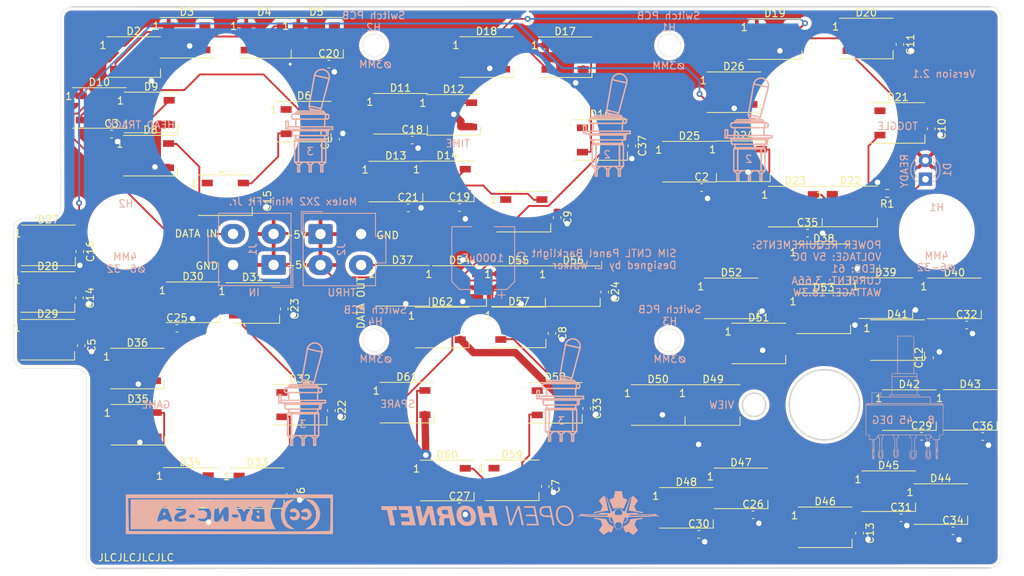
<source format=kicad_pcb>
(kicad_pcb (version 20211014) (generator pcbnew)
  (layers (0 "F.Cu" signal) (31 "B.Cu" signal) (34 "B.Paste" user) (35 "F.Paste" user) (36 "B.SilkS" user "B.Silkscreen") (37 "F.SilkS" user "F.Silkscreen") (38 "B.Mask" user) (39 "F.Mask" user) (44 "Edge.Cuts" user))
  (net 0 "")
  (net 1 "/LEDGND")
  (net 2 "/LED+5V")
  (net 3 "Net-(D1-Pad1)")
  (net 4 "Net-(D2-Pad2)")
  (net 5 "/DATAIN")
  (net 6 "Net-(D3-Pad2)")
  (net 7 "Net-(D4-Pad2)")
  (net 8 "Net-(D5-Pad2)")
  (net 9 "Net-(D6-Pad2)")
  (net 10 "Net-(D7-Pad2)")
  (net 11 "Net-(D8-Pad2)")
  (net 12 "Net-(D10-Pad4)")
  (net 13 "Net-(D10-Pad2)")
  (net 14 "Net-(D11-Pad2)")
  (net 15 "Net-(D12-Pad2)")
  (net 16 "Net-(D14-Pad2)")
  (net 17 "Net-(D15-Pad2)")
  (net 18 "Net-(D16-Pad2)")
  (net 19 "Net-(D17-Pad2)")
  (net 20 "Net-(D18-Pad2)")
  (net 21 "Net-(D19-Pad2)")
  (net 22 "Net-(D20-Pad2)")
  (net 23 "Net-(D21-Pad2)")
  (net 24 "Net-(D22-Pad2)")
  (net 25 "Net-(D23-Pad2)")
  (net 26 "Net-(D24-Pad2)")
  (net 27 "Net-(D26-Pad2)")
  (net 28 "Net-(D27-Pad2)")
  (net 29 "Net-(D28-Pad2)")
  (net 30 "Net-(D29-Pad2)")
  (net 31 "Net-(D30-Pad2)")
  (net 32 "Net-(D31-Pad2)")
  (net 33 "Net-(D32-Pad2)")
  (net 34 "Net-(D33-Pad2)")
  (net 35 "Net-(D34-Pad2)")
  (net 36 "Net-(D35-Pad2)")
  (net 37 "Net-(D36-Pad2)")
  (net 38 "/DATAOUT")
  (net 39 "Net-(D38-Pad2)")
  (net 40 "Net-(D39-Pad2)")
  (net 41 "Net-(D40-Pad2)")
  (net 42 "Net-(D41-Pad2)")
  (net 43 "Net-(D42-Pad2)")
  (net 44 "Net-(D43-Pad2)")
  (net 45 "Net-(D44-Pad2)")
  (net 46 "Net-(D45-Pad2)")
  (net 47 "Net-(D46-Pad2)")
  (net 48 "Net-(D47-Pad2)")
  (net 49 "Net-(D48-Pad2)")
  (net 50 "Net-(D50-Pad2)")
  (net 51 "Net-(D51-Pad2)")
  (net 52 "Net-(D52-Pad2)")
  (net 53 "Net-(D53-Pad2)")
  (net 54 "Net-(D54-Pad2)")
  (net 55 "Net-(D55-Pad2)")
  (net 56 "Net-(D56-Pad2)")
  (net 57 "Net-(D57-Pad2)")
  (net 58 "Net-(D58-Pad2)")
  (net 59 "Net-(D59-Pad2)")
  (net 60 "Net-(D60-Pad2)")
  (net 61 "Net-(D61-Pad2)")
  (net 62 "Net-(D13-Pad2)")
  (net 63 "Net-(D25-Pad2)")
  (net 64 "Net-(D37-Pad2)")
  (net 65 "Net-(D49-Pad2)")
  (footprint "OH_Footprints:LED_WS2812B_PLCC4_5.0x5.0mm_P3.2mm" (layer "F.Cu") (at 97.3836 59.5884)
    (fp_text reference "D2")
    (fp_text value "WS2812B")
  )
  (footprint "OH_Footprints:LED_WS2812B_PLCC4_5.0x5.0mm_P3.2mm" (layer "F.Cu") (at 104.597 56.9722)
    (fp_text reference "D3")
    (fp_text value "WS2812B")
  )
  (footprint "OH_Footprints:LED_WS2812B_PLCC4_5.0x5.0mm_P3.2mm" (layer "F.Cu") (at 115.099 56.9978)
    (fp_text reference "D4")
    (fp_text value "WS2812B")
  )
  (footprint "OH_Footprints:LED_WS2812B_PLCC4_5.0x5.0mm_P3.2mm" (layer "F.Cu") (at 122.16 56.9724)
    (fp_text reference "D5")
    (fp_text value "WS2812B")
  )
  (footprint "OH_Footprints:LED_WS2812B_PLCC4_5.0x5.0mm_P3.2mm" (layer "F.Cu") (at 120.511 68.3512)
    (fp_text reference "D6")
    (fp_text value "WS2812B")
  )
  (footprint "OH_Footprints:LED_WS2812B_PLCC4_5.0x5.0mm_P3.2mm" (layer "F.Cu") (at 109.818 78.3334)
    (fp_text reference "D7")
    (fp_text value "WS2812B")
  )
  (footprint "OH_Footprints:LED_WS2812B_PLCC4_5.0x5.0mm_P3.2mm" (layer "F.Cu") (at 99.6696 72.9742)
    (fp_text reference "D8")
    (fp_text value "WS2812B")
  )
  (footprint "OH_Footprints:LED_WS2812B_PLCC4_5.0x5.0mm_P3.2mm" (layer "F.Cu") (at 99.7596 67.1066)
    (fp_text reference "D9")
    (fp_text value "WS2812B")
  )
  (footprint "OH_Footprints:LED_WS2812B_PLCC4_5.0x5.0mm_P3.2mm" (layer "F.Cu") (at 92.7492 66.497)
    (fp_text reference "D10")
    (fp_text value "WS2812B")
  )
  (footprint "OH_Footprints:LED_WS2812B_PLCC4_5.0x5.0mm_P3.2mm" (layer "F.Cu") (at 133.567 67.2844)
    (fp_text reference "D11")
    (fp_text value "WS2812B")
  )
  (footprint "OH_Footprints:LED_WS2812B_PLCC4_5.0x5.0mm_P3.2mm" (layer "F.Cu") (at 140.755 67.4368)
    (fp_text reference "D12")
    (fp_text value "WS2812B")
  )
  (footprint "OH_Footprints:LED_WS2812B_PLCC4_5.0x5.0mm_P3.2mm" (layer "F.Cu") (at 132.932 76.4792)
    (fp_text reference "D13")
    (fp_text value "WS2812B")
  )
  (footprint "OH_Footprints:LED_WS2812B_PLCC4_5.0x5.0mm_P3.2mm" (layer "F.Cu") (at 139.892 76.4538)
    (fp_text reference "D14")
    (fp_text value "WS2812B")
  )
  (footprint "OH_Footprints:LED_WS2812B_PLCC4_5.0x5.0mm_P3.2mm" (layer "F.Cu") (at 150.28 80.5686)
    (fp_text reference "D15")
    (fp_text value "WS2812B")
  )
  (footprint "OH_Footprints:LED_WS2812B_PLCC4_5.0x5.0mm_P3.2mm" (layer "F.Cu") (at 160.68 70.8406)
    (fp_text reference "D16")
    (fp_text value "WS2812B")
  )
  (footprint "OH_Footprints:LED_WS2812B_PLCC4_5.0x5.0mm_P3.2mm" (layer "F.Cu") (at 155.88 59.6138)
    (fp_text reference "D17")
    (fp_text value "WS2812B")
  )
  (footprint "OH_Footprints:LED_WS2812B_PLCC4_5.0x5.0mm_P3.2mm" (layer "F.Cu") (at 145.226 59.5882)
    (fp_text reference "D18")
    (fp_text value "WS2812B")
  )
  (footprint "OH_Footprints:LED_WS2812B_PLCC4_5.0x5.0mm_P3.2mm" (layer "F.Cu") (at 184.314 57.1498)
    (fp_text reference "D19")
    (fp_text value "WS2812B")
  )
  (footprint "OH_Footprints:LED_WS2812B_PLCC4_5.0x5.0mm_P3.2mm" (layer "F.Cu") (at 196.698 57.0738)
    (fp_text reference "D20")
    (fp_text value "WS2812B")
  )
  (footprint "OH_Footprints:LED_WS2812B_PLCC4_5.0x5.0mm_P3.2mm" (layer "F.Cu") (at 201.004 68.529)
    (fp_text reference "D21")
    (fp_text value "WS2812B")
  )
  (footprint "OH_Footprints:LED_WS2812B_PLCC4_5.0x5.0mm_P3.2mm" (layer "F.Cu") (at 194.552 79.8578)
    (fp_text reference "D22")
    (fp_text value "WS2812B")
  )
  (footprint "OH_Footprints:LED_WS2812B_PLCC4_5.0x5.0mm_P3.2mm" (layer "F.Cu") (at 187.085 79.8828)
    (fp_text reference "D23")
    (fp_text value "WS2812B")
  )
  (footprint "OH_Footprints:LED_WS2812B_PLCC4_5.0x5.0mm_P3.2mm" (layer "F.Cu") (at 180.024 73.736)
    (fp_text reference "D24")
    (fp_text value "WS2812B")
  )
  (footprint "OH_Footprints:LED_WS2812B_PLCC4_5.0x5.0mm_P3.2mm" (layer "F.Cu") (at 172.732 73.7868)
    (fp_text reference "D25")
    (fp_text value "WS2812B")
  )
  (footprint "OH_Footprints:LED_WS2812B_PLCC4_5.0x5.0mm_P3.2mm" (layer "F.Cu") (at 178.754 64.3634)
    (fp_text reference "D26")
    (fp_text value "WS2812B")
  )
  (footprint "OH_Footprints:LED_WS2812B_PLCC4_5.0x5.0mm_P3.2mm" (layer "F.Cu") (at 85.8404 85.1406)
    (fp_text reference "D27")
    (fp_text value "WS2812B")
  )
  (footprint "OH_Footprints:LED_WS2812B_PLCC4_5.0x5.0mm_P3.2mm" (layer "F.Cu") (at 85.7642 91.4652)
    (fp_text reference "D28")
    (fp_text value "WS2812B")
  )
  (footprint "OH_Footprints:LED_WS2812B_PLCC4_5.0x5.0mm_P3.2mm" (layer "F.Cu") (at 85.7388 97.9422)
    (fp_text reference "D29")
    (fp_text value "WS2812B")
  )
  (footprint "OH_Footprints:LED_WS2812B_PLCC4_5.0x5.0mm_P3.2mm" (layer "F.Cu") (at 105.449 92.8622)
    (fp_text reference "D30")
    (fp_text value "WS2812B")
  )
  (footprint "OH_Footprints:LED_WS2812B_PLCC4_5.0x5.0mm_P3.2mm" (layer "F.Cu") (at 113.526 92.9638)
    (fp_text reference "D31")
    (fp_text value "WS2812B")
  )
  (footprint "OH_Footprints:LED_WS2812B_PLCC4_5.0x5.0mm_P3.2mm" (layer "F.Cu") (at 119.939 106.756)
    (fp_text reference "D32")
    (fp_text value "WS2812B")
  )
  (footprint "OH_Footprints:LED_WS2812B_PLCC4_5.0x5.0mm_P3.2mm" (layer "F.Cu") (at 114.136 118.084)
    (fp_text reference "D33")
    (fp_text value "WS2812B")
  )
  (footprint "OH_Footprints:LED_WS2812B_PLCC4_5.0x5.0mm_P3.2mm" (layer "F.Cu") (at 105.054 118.034)
    (fp_text reference "D34")
    (fp_text value "WS2812B")
  )
  (footprint "OH_Footprints:LED_WS2812B_PLCC4_5.0x5.0mm_P3.2mm" (layer "F.Cu") (at 97.9816 109.474)
    (fp_text reference "D35")
    (fp_text value "WS2812B")
  )
  (footprint "OH_Footprints:LED_WS2812B_PLCC4_5.0x5.0mm_P3.2mm" (layer "F.Cu") (at 97.8916 101.854)
    (fp_text reference "D36")
    (fp_text value "WS2812B")
  )
  (footprint "OH_Footprints:LED_WS2812B_PLCC4_5.0x5.0mm_P3.2mm" (layer "F.Cu") (at 133.833 90.6272)
    (fp_text reference "D37")
    (fp_text value "WS2812B")
  )
  (footprint "OH_Footprints:R_0603_1608Metric" (layer "F.Cu") (at 199.542 78.0796 180)
    (fp_text reference "R1")
    (fp_text value "R")
  )
  (footprint "OH_Footprints:LED_WS2812B_PLCC4_5.0x5.0mm_P3.2mm" (layer "F.Cu") (at 190.943 87.706)
    (fp_text reference "D38")
    (fp_text value "WS2812B")
  )
  (footprint "OH_Footprints:LED_WS2812B_PLCC4_5.0x5.0mm_P3.2mm" (layer "F.Cu") (at 199.353 92.3034)
    (fp_text reference "D39")
    (fp_text value "WS2812B")
  )
  (footprint "OH_Footprints:LED_WS2812B_PLCC4_5.0x5.0mm_P3.2mm" (layer "F.Cu") (at 208.649 92.3292)
    (fp_text reference "D40")
    (fp_text value "WS2812B")
  )
  (footprint "OH_Footprints:LED_WS2812B_PLCC4_5.0x5.0mm_P3.2mm" (layer "F.Cu") (at 200.953 97.993)
    (fp_text reference "D41")
    (fp_text value "WS2812B")
  )
  (footprint "OH_Footprints:LED_WS2812B_PLCC4_5.0x5.0mm_P3.2mm" (layer "F.Cu") (at 202.54 107.493)
    (fp_text reference "D42")
    (fp_text value "WS2812B")
  )
  (footprint "OH_Footprints:LED_WS2812B_PLCC4_5.0x5.0mm_P3.2mm" (layer "F.Cu") (at 210.795 107.467)
    (fp_text reference "D43")
    (fp_text value "WS2812B")
  )
  (footprint "OH_Footprints:LED_WS2812B_PLCC4_5.0x5.0mm_P3.2mm" (layer "F.Cu") (at 206.795 120.243)
    (fp_text reference "D44")
    (fp_text value "WS2812B")
  )
  (footprint "OH_Footprints:LED_WS2812B_PLCC4_5.0x5.0mm_P3.2mm" (layer "F.Cu") (at 199.734 118.491)
    (fp_text reference "D45")
    (fp_text value "WS2812B")
  )
  (footprint "OH_Footprints:LED_WS2812B_PLCC4_5.0x5.0mm_P3.2mm" (layer "F.Cu") (at 191.135 123.393)
    (fp_text reference "D46")
    (fp_text value "WS2812B")
  )
  (footprint "OH_Footprints:LED_WS2812B_PLCC4_5.0x5.0mm_P3.2mm" (layer "F.Cu") (at 179.719 118.11)
    (fp_text reference "D47")
    (fp_text value "WS2812B")
  )
  (footprint "OH_Footprints:LED_WS2812B_PLCC4_5.0x5.0mm_P3.2mm" (layer "F.Cu") (at 172.314 120.752)
    (fp_text reference "D48")
    (fp_text value "WS2812B")
  )
  (footprint "OH_Footprints:LED_WS2812B_PLCC4_5.0x5.0mm_P3.2mm" (layer "F.Cu") (at 175.946 106.807)
    (fp_text reference "D49")
    (fp_text value "WS2812B")
  )
  (footprint "OH_Footprints:LED_WS2812B_PLCC4_5.0x5.0mm_P3.2mm" (layer "F.Cu") (at 168.492 106.807)
    (fp_text reference "D50")
    (fp_text value "WS2812B")
  )
  (footprint "OH_Footprints:LED_WS2812B_PLCC4_5.0x5.0mm_P3.2mm" (layer "F.Cu") (at 182.132 98.4502)
    (fp_text reference "D51")
    (fp_text value "WS2812B")
  )
  (footprint "OH_Footprints:LED_WS2812B_PLCC4_5.0x5.0mm_P3.2mm" (layer "F.Cu") (at 178.423 92.3288)
    (fp_text reference "D52")
    (fp_text value "WS2812B")
  )
  (footprint "OH_Footprints:LED_WS2812B_PLCC4_5.0x5.0mm_P3.2mm" (layer "F.Cu") (at 190.932 94.361)
    (fp_text reference "D53")
    (fp_text value "WS2812B")
  )
  (footprint "OH_Footprints:LED_WS2812B_PLCC4_5.0x5.0mm_P3.2mm" (layer "F.Cu") (at 141.568 90.6528)
    (fp_text reference "D54")
    (fp_text value "WS2812B")
  )
  (footprint "OH_Footprints:LED_WS2812B_PLCC4_5.0x5.0mm_P3.2mm" (layer "F.Cu") (at 149.555 90.678)
    (fp_text reference "D55")
    (fp_text value "WS2812B")
  )
  (footprint "OH_Footprints:LED_WS2812B_PLCC4_5.0x5.0mm_P3.2mm" (layer "F.Cu") (at 156.986 90.6778)
    (fp_text reference "D56")
    (fp_text value "WS2812B")
  )
  (footprint "OH_Footprints:LED_WS2812B_PLCC4_5.0x5.0mm_P3.2mm" (layer "F.Cu") (at 149.62 96.2658)
    (fp_text reference "D57")
    (fp_text value "WS2812B")
  )
  (footprint "OH_Footprints:LED_WS2812B_PLCC4_5.0x5.0mm_P3.2mm" (layer "F.Cu") (at 154.547 106.502)
    (fp_text reference "D58")
    (fp_text value "WS2812B")
  )
  (footprint "OH_Footprints:LED_WS2812B_PLCC4_5.0x5.0mm_P3.2mm" (layer "F.Cu") (at 148.692 117.018)
    (fp_text reference "D59")
    (fp_text value "WS2812B")
  )
  (footprint "OH_Footprints:LED_WS2812B_PLCC4_5.0x5.0mm_P3.2mm" (layer "F.Cu") (at 139.892 117.043)
    (fp_text reference "D60")
    (fp_text value "WS2812B")
  )
  (footprint "OH_Footprints:LED_WS2812B_PLCC4_5.0x5.0mm_P3.2mm" (layer "F.Cu") (at 134.431 106.477)
    (fp_text reference "D61")
    (fp_text value "WS2812B")
  )
  (footprint "OH_Footprints:LED_WS2812B_PLCC4_5.0x5.0mm_P3.2mm" (layer "F.Cu") (at 139.217 96.2914)
    (fp_text reference "D62")
    (fp_text value "WS2812B")
  )
  (footprint "Kicad Footprint Files:100SpxToggle" (layer "F.Cu") (at 121.844 69.5706)
    (fp_text reference "G1" hide)
    (fp_text value "LOGO" hide)
  )
  (footprint "Kicad Footprint Files:100SpxToggle" (layer "F.Cu") (at 162.179 70.1548)
    (fp_text reference "G2" hide)
    (fp_text value "LOGO" hide)
  )
  (footprint "Kicad Footprint Files:100SpxToggle" (layer "F.Cu") (at 120.879 106.68)
    (fp_text reference "G4" hide)
    (fp_text value "LOGO" hide)
  )
  (footprint "Kicad Footprint Files:100SpxToggle" (layer "F.Cu") (at 155.854 106.121)
    (fp_text reference "G5" hide)
    (fp_text value "LOGO" hide)
  )
  (footprint "Kicad Footprint Files:100SpxToggle" (layer "F.Cu") (at 181.381 70.739)
    (fp_text reference "G3" hide)
    (fp_text value "LOGO" hide)
  )
  (footprint "OH_Footprints:C_0603_1608Metric" (layer "F.Cu") (at 174.3825 77.29)
    (fp_text reference "C2")
    (fp_text value "C")
  )
  (footprint "OH_Footprints:C_0603_1608Metric" (layer "F.Cu") (at 94.4 70.05)
    (fp_text reference "C3")
    (fp_text value "C")
  )
  (footprint "OH_Footprints:C_0603_1608Metric" (layer "F.Cu") (at 90.2792 98.7501 -90)
    (fp_text reference "C5")
    (fp_text value "C")
  )
  (footprint "OH_Footprints:C_0603_1608Metric" (layer "F.Cu") (at 118.656 118.895 -90)
    (fp_text reference "C6")
    (fp_text value "C")
  )
  (footprint "OH_Footprints:C_0603_1608Metric" (layer "F.Cu") (at 153.19 117.848 -90)
    (fp_text reference "C7")
    (fp_text value "C")
  )
  (footprint "OH_Footprints:C_0603_1608Metric" (layer "F.Cu") (at 154.104 97.084 -90)
    (fp_text reference "C8")
    (fp_text value "C")
  )
  (footprint "OH_Footprints:C_0603_1608Metric" (layer "F.Cu") (at 154.795 81.379 -90)
    (fp_text reference "C9")
    (fp_text value "C")
  )
  (footprint "OH_Footprints:C_0603_1608Metric" (layer "F.Cu") (at 205.519 69.3292 -90)
    (fp_text reference "C10")
    (fp_text value "C")
  )
  (footprint "OH_Footprints:C_0603_1608Metric" (layer "F.Cu") (at 201.267 57.8763 -90)
    (fp_text reference "C11")
    (fp_text value "C")
  )
  (footprint "OH_Footprints:C_0603_1608Metric" (layer "F.Cu") (at 195.783 124.191 -90)
    (fp_text reference "C13")
    (fp_text value "C")
  )
  (footprint "OH_Backlighting:100SPX_Toggle_13mm_x_18mm" (layer "F.Cu") (at 109.996995 68.670097 180)
    (fp_text reference "1" hide)
    (fp_text value "100SPX_Toggle_13mm_x_18mm" hide)
  )
  (footprint "OH_Backlighting:100SPX_Toggle_13mm_x_18mm" (layer "F.Cu") (at 150.636995 71.337097 180)
    (fp_text reference "2" hide)
    (fp_text value "100SPX_Toggle_13mm_x_18mm" hide)
  )
  (footprint "OH_Backlighting:100SPX_Toggle_13mm_x_18mm" (layer "F.Cu") (at 191.022995 68.670097 180)
    (fp_text reference "3" hide)
    (fp_text value "100SPX_Toggle_13mm_x_18mm" hide)
  )
  (footprint "OH_Backlighting:100SPX_Toggle_13mm_x_18mm" (layer "F.Cu") (at 109.996995 106.770097 180)
    (fp_text reference "4" hide)
    (fp_text value "100SPX_Toggle_13mm_x_18mm" hide)
  )
  (footprint "OH_Backlighting:100SPX_Toggle_13mm_x_18mm" (layer "F.Cu") (at 144.436009 106.770097 180)
    (fp_text reference "5" hide)
    (fp_text value "100SPX_Toggle_13mm_x_18mm" hide)
  )
  (footprint "OH_Backlighting:OH_Panel_6-32_PHS" (layer "F.Cu") (at 206.262994 83.275097)
    (fp_text reference "6" hide)
    (fp_text value "OH_Panel_Fastner_Keepout" hide)
  )
  (footprint "OH_Backlighting:OH_Panel_6-32_PHS" (layer "F.Cu") (at 96.280995 83.275097)
    (fp_text reference "7" hide)
    (fp_text value "OH_Panel_Fastner_Keepout" hide)
  )
  (footprint "OH_Footprints:C_0603_1608Metric" (layer "F.Cu") (at 90.05 92.2625 -90)
    (fp_text reference "C14")
    (fp_text value "C")
  )
  (footprint "OH_Footprints:C_0603_1608Metric" (layer "F.Cu") (at 114.1 79.1125 -90)
    (fp_text reference "C15")
    (fp_text value "C")
  )
  (footprint "OH_Footprints:C_0603_1608Metric" (layer "F.Cu") (at 90.1 85.9625 -90)
    (fp_text reference "C16")
    (fp_text value "C")
  )
  (footprint "OH_Footprints:C_0603_1608Metric" (layer "F.Cu") (at 124.77 70.7175 90)
    (fp_text reference "C17")
    (fp_text value "C")
  )
  (footprint "OH_Footprints:C_0603_1608Metric" (layer "F.Cu") (at 135.1625 70.85)
    (fp_text reference "C18")
    (fp_text value "C")
  )
  (footprint "OH_Footprints:C_0603_1608Metric" (layer "F.Cu") (at 141.5625 80)
    (fp_text reference "C19")
    (fp_text value "C")
  )
  (footprint "OH_Footprints:C_0603_1608Metric" (layer "F.Cu") (at 123.8625 60.55)
    (fp_text reference "C20")
    (fp_text value "C")
  )
  (footprint "OH_Footprints:C_0603_1608Metric" (layer "F.Cu") (at 134.6125 80.05)
    (fp_text reference "C21")
    (fp_text value "C")
  )
  (footprint "OH_Footprints:C_0603_1608Metric" (layer "F.Cu") (at 124.2 107.55 -90)
    (fp_text reference "C22")
    (fp_text value "C")
  )
  (footprint "OH_Footprints:C_0603_1608Metric" (layer "F.Cu") (at 117.8 93.7625 -90)
    (fp_text reference "C23")
    (fp_text value "C")
  )
  (footprint "OH_Footprints:C_0603_1608Metric" (layer "F.Cu") (at 161.25 91.4625 -90)
    (fp_text reference "C24")
    (fp_text value "C")
  )
  (footprint "OH_Footprints:C_0603_1608Metric" (layer "F.Cu") (at 103.2625 96.4)
    (fp_text reference "C25")
    (fp_text value "C")
  )
  (footprint "OH_Footprints:C_0603_1608Metric" (layer "F.Cu") (at 181.3625 121.7)
    (fp_text reference "C26")
    (fp_text value "C")
  )
  (footprint "OH_Footprints:C_0603_1608Metric" (layer "F.Cu") (at 141.5625 120.6)
    (fp_text reference "C27")
    (fp_text value "C")
  )
  (footprint "OH_Footprints:C_0603_1608Metric" (layer "F.Cu") (at 106.75 121.65)
    (fp_text reference "C28")
    (fp_text value "C")
  )
  (footprint "OH_Footprints:C_0603_1608Metric" (layer "F.Cu") (at 174.0125 124.35)
    (fp_text reference "C30")
    (fp_text value "C")
  )
  (footprint "OH_Footprints:C_0603_1608Metric" (layer "F.Cu") (at 201.4125 122.1)
    (fp_text reference "C31")
    (fp_text value "C")
  )
  (footprint "OH_Footprints:C_0603_1608Metric" (layer "F.Cu") (at 210.3125 95.95)
    (fp_text reference "C32")
    (fp_text value "C")
  )
  (footprint "OH_Footprints:C_0603_1608Metric" (layer "F.Cu") (at 158.8 107.2625 -90)
    (fp_text reference "C33")
    (fp_text value "C")
  )
  (footprint "OH_Footprints:C_0603_1608Metric" (layer "F.Cu") (at 208.4625 123.875)
    (fp_text reference "C34")
    (fp_text value "C")
  )
  (footprint "OH_Footprints:C_0603_1608Metric" (layer "F.Cu") (at 188.7375 83.475)
    (fp_text reference "C35")
    (fp_text value "C")
  )
  (footprint "OH_Footprints:C_0603_1608Metric" (layer "F.Cu") (at 212.4875 111.075)
    (fp_text reference "C36")
    (fp_text value "C")
  )
  (footprint "OH_Footprints:C_0603_1608Metric" (layer "F.Cu") (at 164.925 71.6375 -90)
    (fp_text reference "C37")
    (fp_text value "C")
  )
  (footprint "OH_Footprints:C_0603_1608Metric" (layer "F.Cu") (at 204.2125 111.05)
    (fp_text reference "C29")
    (fp_text value "C")
  )
  (footprint "OH_Footprints:C_0603_1608Metric" (layer "F.Cu") (at 205.275 100.3875 90)
    (fp_text reference "C12")
    (fp_text value "C")
  )
  (footprint "OH_Footprints:CP_Elec_8x10" (layer "B.Cu") (at 144.78 86.868 90)
    (fp_text reference "C1")
    (fp_text value "C_Polarized")
  )
  (footprint "OH_Footprints:LED_D3.0mm" (layer "B.Cu") (at 204.725 76.165 90)
    (fp_text reference "D1")
    (fp_text value "LED")
  )
  (footprint "OH_Footprints:Molex_Mini-Fit_Jr_5566-04A_2x02_P4.20mm_Vertical" (layer "B.Cu") (at 116.365 87.7926 90)
    (fp_text reference "J1")
    (fp_text value "Conn_01x04_Female")
  )
  (footprint "OH_Footprints:Molex_Mini-Fit_Jr_5566-04A_2x02_P4.20mm_Vertical" (layer "B.Cu") (at 122.725 83.6092 -90)
    (fp_text reference "J2")
    (fp_text value "Conn_01x04_Female")
  )
  (footprint "OH_General:OH_LOGO_37.7mm_5.9mm" (layer "B.Cu") (at 149.775 121.45 180)
    (fp_text reference "G***" hide)
    (fp_text value "LOGO" hide)
  )
  (footprint "OH_General:CC-BY-NC-SA-Small" (layer "B.Cu") (at 110.45 121.625 180)
    (fp_text reference "G***" hide)
    (fp_text value "LOGO" hide)
  )
  (footprint "OH_Backlighting:A12505RNZQ - SWITCH, ROTARY, 45 DEG" (layer "B.Cu") (at 201.9 105.775 180)
    (fp_text reference "G***" hide)
    (fp_text value "LOGO" hide)
  )
  (gr_arc (start 213.512399 52.755424) (mid 214.584149 53.20641) (end 215.010999 54.287999) (layer "Edge.Cuts") (width 0.05))
  (gr_circle (center 170 58) (end 171.55 58) (layer "Edge.Cuts") (width 0.05) (fill none))
  (gr_circle (center 130 58) (end 131.55 58) (layer "Edge.Cuts") (width 0.05) (fill none))
  (gr_arc (start 87.503376 79.933799) (mid 87.05239 81.005549) (end 85.970801 81.432399) (layer "Edge.Cuts") (width 0.05))
  (gr_line (start 87.477224 54.279801) (end 87.503376 79.933799) (layer "Edge.Cuts") (width 0.05))
  (gr_arc (start 89.509599 101.853624) (mid 90.581349 102.30461) (end 91.008199 103.386199) (layer "Edge.Cuts") (width 0.05))
  (gr_arc (start 82.600801 101.854376) (mid 81.529051 101.40339) (end 81.102201 100.321801) (layer "Edge.Cuts") (width 0.05))
  (gr_arc (start 92.506801 128.956176) (mid 91.435051 128.50519) (end 91.008201 127.423601) (layer "Edge.Cuts") (width 0.05))
  (gr_circle (center 130 98) (end 131.55 98) (layer "Edge.Cuts") (width 0.05) (fill none))
  (gr_arc (start 81.101824 82.931001) (mid 81.55281 81.859251) (end 82.634399 81.432401) (layer "Edge.Cuts") (width 0.05))
  (gr_circle (center 191.022995 106.770097) (end 195.785495 106.770097) (layer "Edge.Cuts") (width 0.2) (fill none))
  (gr_line (start 81.101824 82.931001) (end 81.102201 100.321801) (layer "Edge.Cuts") (width 0.05))
  (gr_circle (center 181.497995 106.770097) (end 183.085494 106.770097) (layer "Edge.Cuts") (width 0.2) (fill none))
  (gr_arc (start 215.011376 127.406399) (mid 214.56039 128.478149) (end 213.478801 128.904999) (layer "Edge.Cuts") (width 0.05))
  (gr_line (start 215.010999 54.287999) (end 215.011376 127.406399) (layer "Edge.Cuts") (width 0.05))
  (gr_line (start 85.970801 81.432399) (end 82.634399 81.432401) (layer "Edge.Cuts") (width 0.05))
  (gr_line (start 213.478801 128.904999) (end 92.506801 128.956176) (layer "Edge.Cuts") (width 0.2))
  (gr_circle (center 170 98) (end 171.55 98) (layer "Edge.Cuts") (width 0.05) (fill none))
  (gr_arc (start 87.477224 54.279801) (mid 87.92821 53.208051) (end 89.009799 52.781201) (layer "Edge.Cuts") (width 0.05))
  (gr_line (start 89.009799 52.781201) (end 213.512399 52.755424) (layer "Edge.Cuts") (width 0.2))
  (gr_line (start 82.600801 101.854376) (end 89.509599 101.853624) (layer "Edge.Cuts") (width 0.05))
  (gr_line (start 91.008199 103.386199) (end 91.008201 127.423601) (layer "Edge.Cuts") (width 0.05))
  (gr_text "POWER REQUIREMENTS:\nVOLTAGE: 5V DC\nLEDS: 61\nCURRENT: 3.66A\nWATTAGE: 18.3W" (at 198.85914 88.31938) (layer "B.SilkS") (effects (font (size 1 1)) (justify left mirror)))
  (gr_text "⌀3MM" (at 169.9514 60.7568) (layer "B.SilkS") (effects (font (size 1 1)) (justify mirror)))
  (gr_text "TIME" (at 141.3256 71.3232) (layer "B.SilkS") (effects (font (size 1 1)) (justify mirror)))
  (gr_text "VIEW" (at 177.1 106.8) (layer "B.SilkS") (effects (font (size 1 1)) (justify mirror)))
  (gr_text "1000uF" (at 144.78 86.868) (layer "B.SilkS") (effects (font (size 1 1)) (justify mirror)))
  (gr_text "GAME" (at 100.4062 106.7562) (layer "B.SilkS") (effects (font (size 1 1)) (justify mirror)))
  (gr_text "Switch PCB\nH3" (at 170.0784 94.6404) (layer "B.SilkS") (effects (font (size 1 1)) (justify mirror)))
  (gr_text "3" (at 121.3104 72.39) (layer "B.SilkS") (effects (font (size 1 1)) (justify mirror)))
  (gr_text "HEAD TRACK" (at 98.375 68.8) (layer "B.SilkS") (effects (font (size 1 1)) (justify mirror)))
  (gr_text "Version 2.1" (at 207.225 61.875) (layer "B.SilkS") (effects (font (size 1 1)) (justify mirror)))
  (gr_text "READY" (at 201.875 75.05 90) (layer "B.SilkS") (effects (font (size 1 1)) (justify mirror)))
  (gr_text "3" (at 120.3198 109.3978) (layer "B.SilkS") (effects (font (size 1 1)) (justify mirror)))
  (gr_text "8" (at 205.5 108.85) (layer "B.SilkS") (effects (font (size 1 1)) (justify mirror)))
  (gr_text "Molex 2X2 Mini-Fit Jr." (at 119 79.2) (layer "B.SilkS") (effects (font (size 1 1)) (justify mirror)))
  (gr_text "THRU" (at 125.6 91.55) (layer "B.SilkS") (effects (font (size 1 1)) (justify mirror)))
  (gr_text "SIM CNTL Panel Backlight\nDesigned by L. Walker" (at 171.075 87.025) (layer "B.SilkS") (effects (font (size 1 1)) (justify left mirror)))
  (gr_text "2" (at 180.7718 73.4314) (layer "B.SilkS") (effects (font (size 1 1)) (justify mirror)))
  (gr_text "⌀3MM" (at 130.2512 100.5586) (layer "B.SilkS") (effects (font (size 1 1)) (justify mirror)))
  (gr_text "2" (at 161.5694 72.8218) (layer "B.SilkS") (effects (font (size 1 1)) (justify mirror)))
  (gr_text "⌀3MM" (at 170.1038 100.5586) (layer "B.SilkS") (effects (font (size 1 1)) (justify mirror)))
  (gr_text "Switch PCB\nH4" (at 130.1496 94.6912) (layer "B.SilkS") (effects (font (size 1 1)) (justify mirror)))
  (gr_text "3" (at 155.3718 108.9406) (layer "B.SilkS") (effects (font (size 1 1)) (justify mirror)))
  (gr_text "Switch PCB\nH2" (at 129.921 54.7624) (layer "B.SilkS") (effects (font (size 1 1)) (justify mirror)))
  (gr_text "SPARE" (at 133.175 106.675) (layer "B.SilkS") (effects (font (size 1 1)) (justify mirror)))
  (gr_text "45 DEG" (at 200.275 108.85) (layer "B.SilkS") (effects (font (size 1 1)) (justify mirror)))
  (gr_text "IN" (at 113.725 91.55) (layer "B.SilkS") (effects (font (size 1 1)) (justify mirror)))
  (gr_text "⌀3MM" (at 130.2004 60.579) (layer "B.SilkS") (effects (font (size 1 1)) (justify mirror)))
  (gr_text "Switch PCB\nH1" (at 169.9006 54.7878) (layer "B.SilkS") (effects (font (size 1 1)) (justify mirror)))
  (gr_text "TOGGLE" (at 200.95 68.975) (layer "B.SilkS") (effects (font (size 1 1)) (justify mirror)))
  (gr_text "+5V" (at 119.575 87.8) (layer "F.SilkS") (effects (font (size 1 1))))
  (gr_text "+5V" (at 119.35 83.7) (layer "F.SilkS") (effects (font (size 1 1))))
  (gr_text "DATA IN" (at 105.85 83.55) (layer "F.SilkS") (effects (font (size 1 1))))
  (gr_text "JLCJLCJLCJLC" (at 97.725 127.5) (layer "F.SilkS") (effects (font (size 1 1))))
  (gr_text "GND" (at 107.325 87.925) (layer "F.SilkS") (effects (font (size 1 1))))
  (gr_text "GND" (at 131.825 83.775) (layer "F.SilkS") (effects (font (size 1 1))))
  (gr_text "DATA OUT" (at 128.2 92.925 90) (layer "F.SilkS") (effects (font (size 1 1))))
  (segment (start 137 113.6) (end 136.881 113.481) (width 1) (layer "F.Cu") (net 1))
  (segment (start 91.6876 99.5376) (end 91.6876 99.5376) (width 1) (layer "F.Cu") (net 1))
  (segment (start 91.35 93.05) (end 91.35 93.05) (width 1) (layer "F.Cu") (net 1))
  (segment (start 90.1 87.85) (end 90.1 87.85) (width 1) (layer "F.Cu") (net 1))
  (segment (start 95.2 71.05) (end 95.1875 71.0375) (width 1) (layer "F.Cu") (net 1))
  (segment (start 115.4 79.9) (end 115.45 79.9) (width 1) (layer "F.Cu") (net 1))
  (segment (start 125.75 69.95) (end 125.75 69.95) (width 1) (layer "F.Cu") (net 1))
  (segment (start 124.6 61.6) (end 124.65 61.55) (width 1) (layer "F.Cu") (net 1))
  (segment (start 135.95 71.95) (end 135.95 71.95) (width 1) (layer "F.Cu") (net 1))
  (segment (start 136.35 80.05) (end 136.35 80.05) (width 1) (layer "F.Cu") (net 1))
  (segment (start 142.35 81.55) (end 142.35 81.55) (width 1) (layer "F.Cu") (net 1))
  (segment (start 156.15 82.2) (end 156.0665 82.1665) (width 1) (layer "F.Cu") (net 1))
  (segment (start 119.05 94.55) (end 119.05 94.55) (width 1) (layer "F.Cu") (net 1))
  (segment (start 105.375 95.075) (end 104.05 96.4) (width 1) (layer "F.Cu") (net 1))
  (segment (start 107.5375 122.6875) (end 107.5375 122.6875) (width 1) (layer "F.Cu") (net 1))
  (segment (start 119.9 119.7) (end 119.8825 119.6825) (width 1) (layer "F.Cu") (net 1))
  (segment (start 125.4125 108.3375) (end 125.4125 108.3375) (width 1) (layer "F.Cu") (net 1))
  (segment (start 182.15 122.85) (end 182.15 122.85) (width 1) (layer "F.Cu") (net 1))
  (segment (start 174.8 125.35) (end 174.8 125.35) (width 1) (layer "F.Cu") (net 1))
  (segment (start 160.05 108.05) (end 160.05 108.05) (width 1) (layer "F.Cu") (net 1))
  (segment (start 155.45 97.9) (end 155.4215 97.8715) (width 1) (layer "F.Cu") (net 1))
  (segment (start 162.55 92.25) (end 162.55 92.25) (width 1) (layer "F.Cu") (net 1))
  (segment (start 154.3 118.65) (end 154.2855 118.6355) (width 1) (layer "F.Cu") (net 1))
  (segment (start 142.35 121.65) (end 142.35 121.65) (width 1) (layer "F.Cu") (net 1))
  (segment (start 196.95 125) (end 196.9285 124.9785) (width 1) (layer "F.Cu") (net 1))
  (segment (start 202.2 123.15) (end 202.2 123.15) (width 1) (layer "F.Cu") (net 1))
  (segment (start 209.275 125.075) (end 209.25 125.05) (width 1) (layer "F.Cu") (net 1))
  (segment (start 213.275 112.25) (end 213.275 112.25) (width 1) (layer "F.Cu") (net 1))
  (segment (start 205 112.125) (end 205 112.125) (width 1) (layer "F.Cu") (net 1))
  (segment (start 211.1 97.1) (end 211.1 97.1) (width 1) (layer "F.Cu") (net 1))
  (segment (start 206.6141 99.5859) (end 206.6141 99.5859) (width 1) (layer "F.Cu") (net 1))
  (segment (start 203.375 93.9) (end 203.3716 93.9034) (width 1) (layer "F.Cu") (net 1))
  (segment (start 195.175 95.95) (end 195.164 95.961) (width 1) (layer "F.Cu") (net 1))
  (segment (start 195.475 88.275) (end 195.475 88.275) (width 1) (layer "F.Cu") (net 1))
  (segment (start 190.775 83.475) (end 190.775 83.475) (width 1) (layer "F.Cu") (net 1))
  (segment (start 206.725 70.125) (end 206.7167 70.1167) (width 1) (layer "F.Cu") (net 1))
  (segment (start 202.75 58.725) (end 202.6888 58.6638) (width 1) (layer "F.Cu") (net 1))
  (segment (start 164.925 73.375) (end 164.925 73.375) (width 1) (layer "F.Cu") (net 1))
  (segment (start 118.61 60.56) (end 118.61 60.56) (width 1) (layer "F.Cu") (net 1))
  (segment (start 175.19 78.77) (end 175.17 78.75) (width 1) (layer "F.Cu") (net 1))
  (segment (start 99.81 62.81) (end 99.8336 62.7864) (width 1) (layer "F.Cu") (net 1))
  (segment (start 203.403 99.593) (end 205.4819 99.593) (width 1) (layer "F.Cu") (net 1))
  (segment (start 135.382 80.032) (end 135.4 80.05) (width 1) (layer "F.Cu") (net 1))
  (segment (start 183.1317 99.8443) (end 183.1317 100.0502) (width 1) (layer "F.Cu") (net 1))
  (segment (start 124.65 60.55) (end 124.6 61.6) (width 1) (layer "F.Cu") (net 1))
  (segment (start 182.4464 94.0519) (end 182.3233 93.9288) (width 1) (layer "F.Cu") (net 1))
  (segment (start 100.5987 74.5036) (end 100.5987 68.8672) (width 1) (layer "F.Cu") (net 1))
  (segment (start 142.0773 92.7432) (end 142.5677 92.2528) (width 1) (layer "F.Cu") (net 1))
  (segment (start 204.99 109.093) (end 204.99 111.04) (width 1) (layer "F.Cu") (net 1))
  (segment (start 90.0906 86.7406) (end 90.1 86.75) (width 1) (layer "F.Cu") (net 1))
  (segment (start 209.245 123.87) (end 209.25 123.875) (width 1) (layer "F.Cu") (net 1))
  (segment (start 163.13 72.4406) (end 164.9094 72.4406) (width 1) (layer "F.Cu") (net 1))
  (segment (start 102.1196 74.5742) (end 100.6693 74.5742) (width 1) (layer "F.Cu") (net 1))
  (segment (start 144.018 92.2528) (end 142.5677 92.2528) (width 1) (layer "F.Cu") (net 1))
  (segment (start 141.667 97.8914) (end 143.4712 99.6956) (width 1) (layer "F.Cu") (net 1))
  (segment (start 140.7986 67.3607) (end 141.7547 68.3168) (width 1) (layer "F.Cu") (net 1))
  (segment (start 205.5067 70.129) (end 205.519 70.1167) (width 1) (layer "F.Cu") (net 1))
  (segment (start 107.504 121.6165) (end 107.5375 121.65) (width 1) (layer "F.Cu") (net 1))
  (segment (start 174.8 124.35) (end 174.8 125.35) (width 1) (layer "F.Cu") (net 1))
  (segment (start 136.881 108.077) (end 137 113.6) (width 1) (layer "F.Cu") (net 1))
  (segment (start 152.73 82.1686) (end 154.7929 82.1686) (width 1) (layer "F.Cu") (net 1))
  (segment (start 151.142 118.618) (end 153.1725 118.618) (width 1) (layer "F.Cu") (net 1))
  (segment (start 202.2 122.1) (end 202.2 123.15) (width 1) (layer "F.Cu") (net 1))
  (segment (start 117.7862 94.5638) (end 117.8 94.55) (width 1) (layer "F.Cu") (net 1))
  (segment (start 146.1641 61.1266) (end 146.2257 61.1882) (width 1) (layer "F.Cu") (net 1))
  (segment (start 174.764 122.352) (end 174.764 124.314) (width 1) (layer "F.Cu") (net 1))
  (segment (start 158.33 61.2138) (end 158.33 62.0736) (width 1) (layer "F.Cu") (net 1))
  (segment (start 193.406 89.306) (end 194.437 88.275) (width 1) (layer "F.Cu") (net 1))
  (segment (start 95.1875 70.05) (end 95.2 71.05) (width 1) (layer "F.Cu") (net 1))
  (segment (start 117.549 58.5978) (end 117.549 59.499) (width 1) (layer "F.Cu") (net 1))
  (segment (start 170.942 108.407) (end 169.4917 108.407) (width 1) (layer "F.Cu") (net 1))
  (segment (start 213.275 111.075) (end 213.275 112.25) (width 1) (layer "F.Cu") (net 1))
  (segment (start 201.267 58.6638) (end 202.75 58.725) (width 1) (layer "F.Cu") (net 1))
  (segment (start 135.382 78.0792) (end 135.382 80.032) (width 1) (layer "F.Cu") (net 1))
  (segment (start 100.5987 68.8672) (end 100.7593 68.7066) (width 1) (layer "F.Cu") (net 1))
  (segment (start 197.002 81.4578) (end 198.4523 81.4578) (width 1) (layer "F.Cu") (net 1))
  (segment (start 180.6679 75.2053) (end 180.893 75.2053) (width 1) (layer "F.Cu") (net 1))
  (segment (start 145.6685 61.1266) (end 146.1641 61.1266) (width 1) (layer "F.Cu") (net 1))
  (segment (start 211.1 95.95) (end 211.1 93.9302) (width 1) (layer "F.Cu") (net 1))
  (segment (start 116.586 119.684) (end 118.6545 119.684) (width 1) (layer "F.Cu") (net 1))
  (segment (start 180.893 75.2053) (end 181.0237 75.336) (width 1) (layer "F.Cu") (net 1))
  (segment (start 180.873 93.9288) (end 182.3233 93.9288) (width 1) (layer "F.Cu") (net 1))
  (segment (start 98.0248 103.9638) (end 98.3815 103.9638) (width 1) (layer "F.Cu") (net 1))
  (segment (start 107.5375 121.65) (end 107.5375 122.6875) (width 1) (layer "F.Cu") (net 1))
  (segment (start 154.0983 97.8658) (end 154.104 97.8715) (width 1) (layer "F.Cu") (net 1))
  (segment (start 124.2 108.3375) (end 125.4125 108.3375) (width 1) (layer "F.Cu") (net 1))
  (segment (start 90.0348 93.0652) (end 90.05 93.05) (width 1) (layer "F.Cu") (net 1))
  (segment (start 159.4638 92.25) (end 159.436 92.2778) (width 1) (layer "F.Cu") (net 1))
  (segment (start 142.342 78.0538) (end 142.342 79.992) (width 1) (layer "F.Cu") (net 1))
  (segment (start 114.1 79.9) (end 112.3014 79.9) (width 1) (layer "F.Cu") (net 1))
  (segment (start 211.1 95.95) (end 211.1 97.1) (width 1) (layer "F.Cu") (net 1))
  (segment (start 107.504 119.634) (end 107.504 121.6165) (width 1) (layer "F.Cu") (net 1))
  (segment (start 134.2783 93.0689) (end 134.8327 92.5145) (width 1) (layer "F.Cu") (net 1))
  (segment (start 149.131 99.6956) (end 155.5467 106.1113) (width 1) (layer "F.Cu") (net 1))
  (segment (start 195.7685 124.993) (end 195.783 124.9785) (width 1) (layer "F.Cu") (net 1))
  (segment (start 142.35 80) (end 142.35 81.55) (width 1) (layer "F.Cu") (net 1))
  (segment (start 178.7973 66.5468) (end 179.1703 66.5468) (width 1) (layer "F.Cu") (net 1))
  (segment (start 174.764 124.314) (end 174.8 124.35) (width 1) (layer "F.Cu") (net 1))
  (segment (start 186.764 58.7498) (end 185.3137 58.7498) (width 1) (layer "F.Cu") (net 1))
  (segment (start 194.437 88.275) (end 195.475 88.275) (width 1) (layer "F.Cu") (net 1))
  (segment (start 203.454 70.129) (end 205.5067 70.129) (width 1) (layer "F.Cu") (net 1))
  (segment (start 202.184 120.091) (end 202.184 122.084) (width 1) (layer "F.Cu") (net 1))
  (segment (start 169.216 108.1313) (end 169.4917 108.407) (width 1) (layer "F.Cu") (net 1))
  (segment (start 158.748 108.102) (end 158.8 108.05) (width 1) (layer "F.Cu") (net 1))
  (segment (start 178.396 108.407) (end 176.9457 108.407) (width 1) (layer "F.Cu") (net 1))
  (segment (start 179.1703 66.5468) (end 179.7537 65.9634) (width 1) (layer "F.Cu") (net 1))
  (segment (start 154.795 82.1665) (end 156.15 82.2) (width 1) (layer "F.Cu") (net 1))
  (segment (start 136.017 68.8844) (end 136.017 70.783) (width 1) (layer "F.Cu") (net 1))
  (segment (start 182.6567 99.3693) (end 183.1317 99.8443) (width 1) (layer "F.Cu") (net 1))
  (segment (start 169.0711 108.1313) (end 169.216 108.1313) (width 1) (layer "F.Cu") (net 1))
  (segment (start 189.535 83.465) (end 189.525 83.475) (width 1) (layer "F.Cu") (net 1))
  (segment (start 98.3815 103.9638) (end 98.8913 103.454) (width 1) (layer "F.Cu") (net 1))
  (segment (start 136.283 92.2272) (end 134.8327 92.2272) (width 1) (layer "F.Cu") (net 1))
  (segment (start 122.389 108.356) (end 124.1815 108.356) (width 1) (layer "F.Cu") (net 1))
  (segment (start 124.61 60.51) (end 124.65 60.55) (width 1) (layer "F.Cu") (net 1))
  (segment (start 154.7929 82.1686) (end 154.795 82.1665) (width 1) (layer "F.Cu") (net 1))
  (segment (start 185.2975 58.7336) (end 185.3137 58.7498) (width 1) (layer "F.Cu") (net 1))
  (segment (start 147.676 61.1882) (end 146.2257 61.1882) (width 1) (layer "F.Cu") (net 1))
  (segment (start 199.148 58.6738) (end 201.257 58.6738) (width 1) (layer "F.Cu") (net 1))
  (segment (start 124.1815 108.356) (end 124.2 108.3375) (width 1) (layer "F.Cu") (net 1))
  (segment (start 152.07 97.8658) (end 154.0983 97.8658) (width 1) (layer "F.Cu") (net 1))
  (segment (start 114.1 79.9) (end 115.4 79.9) (width 1) (layer "F.Cu") (net 1))
  (segment (start 90.1 86.75) (end 90.1 87.85) (width 1) (layer "F.Cu") (net 1))
  (segment (start 161.25 92.25) (end 159.4638 92.25) (width 1) (layer "F.Cu") (net 1))
  (segment (start 88.2904 86.7406) (end 90.0906 86.7406) (width 1) (layer "F.Cu") (net 1))
  (segment (start 158.8 108.05) (end 160.05 108.05) (width 1) (layer "F.Cu") (net 1))
  (segment (start 100.2761 74.5036) (end 100.5987 74.5036) (width 1) (layer "F.Cu") (net 1))
  (segment (start 182.169 119.71) (end 182.169 121.681) (width 1) (layer "F.Cu") (net 1))
  (segment (start 204.99 111.04) (end 205 111.05) (width 1) (layer "F.Cu") (net 1))
  (segment (start 155.5467 106.6517) (end 156.997 108.102) (width 1) (layer "F.Cu") (net 1))
  (segment (start 115.976 94.5638) (end 117.7862 94.5638) (width 1) (layer "F.Cu") (net 1))
  (segment (start 182.474 75.336) (end 181.0237 75.336) (width 1) (layer "F.Cu") (net 1))
  (segment (start 136.017 70.783) (end 135.95 70.85) (width 1) (layer "F.Cu") (net 1))
  (segment (start 124.7488 69.9512) (end 124.75 69.95) (width 1) (layer "F.Cu") (net 1))
  (segment (start 153.19 118.6355) (end 154.3 118.65) (width 1) (layer "F.Cu") (net 1))
  (segment (start 150.5547 92.4423) (end 150.5547 92.278) (width 1) (layer "F.Cu") (net 1))
  (segment (start 198.4523 78.3818) (end 198.7545 78.0796) (width 1) (layer "F.Cu") (net 1))
  (segment (start 209.245 121.843) (end 209.245 123.87) (width 1) (layer "F.Cu") (net 1))
  (segment (start 205 111.05) (end 205 112.125) (width 1) (layer "F.Cu") (net 1))
  (segment (start 142.342 118.643) (end 142.342 120.592) (width 1) (layer "F.Cu") (net 1))
  (segment (start 154.104 97.8715) (end 155.45 97.9) (width 1) (layer "F.Cu") (net 1))
  (segment (start 184.9961 58.7336) (end 185.2975 58.7336) (width 1) (layer "F.Cu") (net 1))
  (segment (start 107.047 58.5722) (end 105.5967 58.5722) (width 1) (layer "F.Cu") (net 1))
  (segment (start 184.582 100.0502) (end 183.1317 100.0502) (width 1) (layer "F.Cu") (net 1))
  (segment (start 143.205 69.0368) (end 141.7547 69.0368) (width 1) (layer "F.Cu") (net 1))
  (segment (start 104.9788 58.0823) (end 105.1068 58.0823) (width 1) (layer "F.Cu") (net 1))
  (segment (start 175.182 75.3868) (end 175.182 77.278) (width 1) (layer "F.Cu") (net 1))
  (segment (start 213.245 111.045) (end 213.275 111.075) (width 1) (layer "F.Cu") (net 1))
  (segment (start 143.4712 99.6956) (end 149.131 99.6956) (width 1) (layer "F.Cu") (net 1))
  (segment (start 149.923 93.074) (end 150.5547 92.4423) (width 1) (layer "F.Cu") (net 1))
  (segment (start 142.342 79.992) (end 142.35 80) (width 1) (layer "F.Cu") (net 1))
  (segment (start 90.05 93.05) (end 91.35 93.05) (width 1) (layer "F.Cu") (net 1))
  (segment (start 141.7547 68.3168) (end 141.7547 69.0368) (width 1) (layer "F.Cu") (net 1))
  (segment (start 164.925 72.425) (end 164.925 73.375) (width 1) (layer "F.Cu") (net 1))
  (segment (start 95.1992 68.097) (end 95.1992 70.0383) (width 1) (layer "F.Cu") (net 1))
  (segment (start 142.0038 92.7432) (end 142.0773 92.7432) (width 1) (layer "F.Cu") (net 1))
  (segment (start 201.257 58.6738) (end 201.267 58.6638) (width 1) (layer "F.Cu") (net 1))
  (segment (start 88.1888 99.5422) (end 90.2746 99.5422) (width 1) (layer "F.Cu") (net 1))
  (segment (start 99.8336 61.1884) (end 99.81 62.81) (width 1) (layer "F.Cu") (net 1))
  (segment (start 202.184 122.084) (end 202.2 122.1) (width 1) (layer "F.Cu") (net 1))
  (segment (start 118.656 119.6825) (end 119.9 119.7) (width 1) (layer "F.Cu") (net 1))
  (segment (start 182.15 121.7) (end 182.15 122.85) (width 1) (layer "F.Cu") (net 1))
  (segment (start 205.489 99.5859) (end 206.6141 99.5859) (width 1) (layer "F.Cu") (net 1))
  (segment (start 198.7545 77.1133) (end 198.7545 78.0796) (width 1) (layer "F.Cu") (net 1))
  (segment (start 117.549 59.499) (end 118.61 60.56) (width 1) (layer "F.Cu") (net 1))
  (segment (start 105.1068 58.0823) (end 105.5967 58.5722) (width 1) (layer "F.Cu") (net 1))
  (segment (start 155.5467 106.1113) (end 155.5467 106.6517) (width 1) (layer "F.Cu") (net 1))
  (segment (start 122.961 69.9512) (end 124.7488 69.9512) (width 1) (layer "F.Cu") (net 1))
  (segment (start 189.525 83.475) (end 190.775 83.475) (width 1) (layer "F.Cu") (net 1))
  (segment (start 112.3014 79.9) (end 112.268 79.9334) (width 1) (layer "F.Cu") (net 1))
  (segment (start 142.35 120.6) (end 142.35 121.65) (width 1) (layer "F.Cu") (net 1))
  (segment (start 98.9813 111.1147) (end 98.9813 111.074) (width 1) (layer "F.Cu") (net 1))
  (segment (start 118.6545 119.684) (end 118.656 119.6825) (width 1) (layer "F.Cu") (net 1))
  (segment (start 175.17 77.29) (end 175.19 78.77) (width 1) (layer "F.Cu") (net 1))
  (segment (start 193.382 95.961) (end 195.175 95.95) (width 1) (layer "F.Cu") (net 1))
  (segment (start 173.9766 112.1469) (end 176.9457 109.1778) (width 1) (layer "F.Cu") (net 1))
  (segment (start 176.9457 109.1778) (end 176.9457 108.407) (width 1) (layer "F.Cu") (net 1))
  (segment (start 189.535 81.4828) (end 189.535 83.465) (width 1) (layer "F.Cu") (net 1))
  (segment (start 90.2792 99.5376) (end 91.6876 99.5376) (width 1) (layer "F.Cu") (net 1))
  (segment (start 198.4523 81.4578) (end 198.4523 78.3818) (width 1) (layer "F.Cu") (net 1))
  (segment (start 156.997 108.102) (end 158.748 108.102) (width 1) (layer "F.Cu") (net 1))
  (segment (start 195.783 124.9785) (end 196.95 125) (width 1) (layer "F.Cu") (net 1))
  (segment (start 182.169 121.681) (end 182.15 121.7) (width 1) (layer "F.Cu") (net 1))
  (segment (start 102.2096 68.7066) (end 100.7593 68.7066) (width 1) (layer "F.Cu") (net 1))
  (segment (start 117.8 94.55) (end 119.05 94.55) (width 1) (layer "F.Cu") (net 1))
  (segment (start 100.5987 74.5036) (end 100.6693 74.5742) (width 1) (layer "F.Cu") (net 1))
  (segment (start 175.182 77.278) (end 175.17 77.29) (width 1) (layer "F.Cu") (net 1))
  (segment (start 152.005 92.278) (end 150.5547 92.278) (width 1) (layer "F.Cu") (net 1))
  (segment (start 198.2304 76.5892) (end 198.7545 77.1133) (width 1) (layer "F.Cu") (net 1))
  (segment (start 135.95 70.85) (end 135.95 71.95) (width 1) (layer "F.Cu") (net 1))
  (segment (start 161.25 92.25) (end 162.55 92.25) (width 1) (layer "F.Cu") (net 1))
  (segment (start 153.1725 118.618) (end 153.19 118.6355) (width 1) (layer "F.Cu") (net 1))
  (segment (start 124.61 58.5724) (end 124.61 60.51) (width 1) (layer "F.Cu") (net 1))
  (segment (start 100.4316 111.074) (end 98.9813 111.074) (width 1) (layer "F.Cu") (net 1))
  (segment (start 88.2142 93.0652) (end 90.0348 93.0652) (width 1) (layer "F.Cu") (net 1))
  (segment (start 211.1 93.9302) (end 211.099 93.9292) (width 1) (layer "F.Cu") (net 1))
  (segment (start 205.4819 99.593) (end 205.489 99.5859) (width 1) (layer "F.Cu") (net 1))
  (segment (start 181.204 65.9634) (end 179.7537 65.9634) (width 1) (layer "F.Cu") (net 1))
  (segment (start 105.9878 94.4622) (end 105.375 95.075) (width 1) (layer "F.Cu") (net 1))
  (segment (start 193.393 89.306) (end 193.406 89.306) (width 1) (layer "F.Cu") (net 1))
  (segment (start 135.4 80.05) (end 136.35 80.05) (width 1) (layer "F.Cu") (net 1))
  (segment (start 164.9094 72.4406) (end 164.925 72.425) (width 1) (layer "F.Cu") (net 1))
  (segment (start 193.585 124.993) (end 195.7685 124.993) (width 1) (layer "F.Cu") (net 1))
  (segment (start 90.2746 99.5422) (end 90.2792 99.5376) (width 1) (layer "F.Cu") (net 1))
  (segment (start 213.245 109.067) (end 213.245 111.045) (width 1) (layer "F.Cu") (net 1))
  (segment (start 209.25 123.875) (end 209.275 125.075) (width 1) (layer "F.Cu") (net 1))
  (segment (start 205.519 70.1167) (end 206.725 70.125) (width 1) (layer "F.Cu") (net 1))
  (segment (start 134.8327 92.5145) (end 134.8327 92.2272) (width 1) (layer "F.Cu") (net 1))
  (segment (start 107.899 94.4622) (end 105.9878 94.4622) (width 1) (layer "F.Cu") (net 1))
  (segment (start 124.75 69.95) (end 125.75 69.95) (width 1) (layer "F.Cu") (net 1))
  (segment (start 182.5896 94.0519) (end 182.4464 94.0519) (width 1) (layer "F.Cu") (net 1))
  (segment (start 95.1992 70.0383) (end 95.1875 70.05) (width 1) (layer "F.Cu") (net 1))
  (segment (start 100.3416 103.454) (end 98.8913 103.454) (width 1) (layer "F.Cu") (net 1))
  (segment (start 142.342 120.592) (end 142.35 120.6) (width 1) (layer "F.Cu") (net 1))
  (segment (start 98.2305 111.8655) (end 98.9813 111.1147) (width 1) (layer "F.Cu") (net 1))
  (segment (start 158.33 62.0736) (end 157.3096 63.094) (width 1) (layer "F.Cu") (net 1))
  (segment (start 201.803 93.9034) (end 203.375 93.9) (width 1) (layer "F.Cu") (net 1))
  (via (at 105.375 95.075) (size 1.5) (drill 0.75) (layers "F.Cu" "B.Cu") (net 1))
  (via (at 209.275 125.075) (size 1.5) (drill 0.75) (layers "F.Cu" "B.Cu") (net 1))
  (via (at 195.475 88.275) (size 1.5) (drill 0.75) (layers "F.Cu" "B.Cu") (net 1))
  (via (at 142.35 121.65) (size 1.5) (drill 0.75) (layers "F.Cu" "B.Cu") (net 1))
  (via (at 190.775 83.475) (size 1.5) (drill 0.75) (layers "F.Cu" "B.Cu") (net 1))
  (via (at 142.0038 92.7432) (size 1.5) (drill 0.75) (layers "F.Cu" "B.Cu") (net 1))
  (via (at 134.2783 93.0689) (size 1.5) (drill 0.75) (layers "F.Cu" "B.Cu") (net 1))
  (via (at 178.7973 66.5468) (size 1.5) (drill 0.75) (layers "F.Cu" "B.Cu") (net 1))
  (via (at 91.6876 99.5376) (size 1.5) (drill 0.75) (layers "F.Cu" "B.Cu") (net 1))
  (via (at 135.95 71.95) (size 1.5) (drill 0.75) (layers "F.Cu" "B.Cu") (net 1))
  (via (at 137 113.6) (size 1.5) (drill 0.75) (layers "F.Cu" "B.Cu") (net 1))
  (via (at 162.55 92.25) (size 1.5) (drill 0.75) (layers "F.Cu" "B.Cu") (net 1))
  (via (at 119.9 119.7) (size 1.5) (drill 0.75) (layers "F.Cu" "B.Cu") (net 1))
  (via (at 198.2304 76.5892) (size 1.5) (drill 0.75) (layers "F.Cu" "B.Cu") (net 1))
  (via (at 119.05 94.55) (size 1.5) (drill 0.75) (layers "F.Cu" "B.Cu") (net 1))
  (via (at 202.2 123.15) (size 1.5) (drill 0.75) (layers "F.Cu" "B.Cu") (net 1))
  (via (at 160.05 108.05) (size 1.5) (drill 0.75) (layers "F.Cu" "B.Cu") (net 1))
  (via (at 125.75 69.95) (size 1.5) (drill 0.75) (layers "F.Cu" "B.Cu") (net 1))
  (via (at 164.925 73.375) (size 1.5) (drill 0.75) (layers "F.Cu" "B.Cu") (net 1))
  (via (at 124.6 61.6) (size 1.5) (drill 0.75) (layers "F.Cu" "B.Cu") (net 1))
  (via (at 142.35 81.55) (size 1.5) (drill 0.75) (layers "F.Cu" "B.Cu") (net 1))
  (via (at 196.95 125) (size 1.5) (drill 0.75) (layers "F.Cu" "B.Cu") (net 1))
  (via (at 180.6679 75.2053) (size 1.5) (drill 0.75) (layers "F.Cu" "B.Cu") (net 1))
  (via (at 149.923 93.074) (size 1.5) (drill 0.75) (layers "F.Cu" "B.Cu") (net 1))
  (via (at 100.2761 74.5036) (size 1.5) (drill 0.75) (layers "F.Cu" "B.Cu") (net 1))
  (via (at 115.4 79.9) (size 1.5) (drill 0.75) (layers "F.Cu" "B.Cu") (net 1))
  (via (at 174.8 125.35) (size 1.5) (drill 0.75) (layers "F.Cu" "B.Cu") (net 1))
  (via (at 104.9788 58.0823) (size 1.5) (drill 0.75) (layers "F.Cu" "B.Cu") (net 1))
  (via (at 175.19 78.77) (size 1.5) (drill 0.75) (layers "F.Cu" "B.Cu") (net 1))
  (via (at 206.725 70.125) (size 1.5) (drill 0.75) (layers "F.Cu" "B.Cu") (net 1))
  (via (at 155.45 97.9) (size 1.5) (drill 0.75) (layers "F.Cu" "B.Cu") (net 1))
  (via (at 125.4125 108.3375) (size 1.5) (drill 0.75) (layers "F.Cu" "B.Cu") (net 1))
  (via (at 182.6567 99.3693) (size 1.5) (drill 0.75) (layers "F.Cu" "B.Cu") (net 1))
  (via (at 205 112.125) (size 1.5) (drill 0.75) (layers "F.Cu" "B.Cu") (net 1))
  (via (at 98.2305 111.8655) (size 1.5) (drill 0.75) (layers "F.Cu" "B.Cu") (net 1))
  (via (at 203.375 93.9) (size 1.5) (drill 0.75) (layers "F.Cu" "B.Cu") (net 1))
  (via (at 173.9766 112.1469) (size 1.5) (drill 0.75) (layers "F.Cu" "B.Cu") (net 1))
  (via (at 99.81 62.81) (size 1.5) (drill 0.75) (layers "F.Cu" "B.Cu") (net 1))
  (via (at 91.35 93.05) (size 1.5) (drill 0.75) (layers "F.Cu" "B.Cu") (net 1))
  (via (at 136.35 80.05) (size 1.5) (drill 0.75) (layers "F.Cu" "B.Cu") (net 1))
  (via (at 95.2 71.05) (size 1.5) (drill 0.75) (layers "F.Cu" "B.Cu") (net 1))
  (via (at 211.1 97.1) (size 1.5) (drill 0.75) (layers "F.Cu" "B.Cu") (net 1))
  (via (at 184.9961 58.7336) (size 1.5) (drill 0.75) (layers "F.Cu" "B.Cu") (net 1))
  (via (at 206.6141 99.5859) (size 1.5) (drill 0.75) (layers "F.Cu" "B.Cu") (net 1))
  (via (at 169.0711 108.1313) (size 1.5) (drill 0.75) (layers "F.Cu" "B.Cu") (net 1))
  (via (at 118.61 60.56) (size 0.8) (drill 0.4) (layers "F.Cu" "B.Cu") (net 1))
  (via (at 195.175 95.95) (size 1.5) (drill 0.75) (layers "F.Cu" "B.Cu") (net 1))
  (via (at 182.5896 94.0519) (size 1.5) (drill 0.75) (layers "F.Cu" "B.Cu") (net 1))
  (via (at 140.7986 67.3607) (size 1.5) (drill 0.75) (layers "F.Cu" "B.Cu") (net 1))
  (via (at 98.0248 103.9638) (size 1.5) (drill 0.75) (layers "F.Cu" "B.Cu") (net 1))
  (via (at 202.75 58.725) (size 1.5) (drill 0.75) (layers "F.Cu" "B.Cu") (net 1))
  (via (at 213.275 112.25) (size 1.5) (drill 0.75) (layers "F.Cu" "B.Cu") (net 1))
  (via (at 182.15 122.85) (size 1.5) (drill 0.75) (layers "F.Cu" "B.Cu") (net 1))
  (via (at 145.6685 61.1266) (size 1.5) (drill 0.75) (layers "F.Cu" "B.Cu") (net 1))
  (via (at 157.3096 63.094) (size 1.5) (drill 0.75) (layers "F.Cu" "B.Cu") (net 1))
  (via (at 156.15 82.2) (size 1.5) (drill 0.75) (layers "F.Cu" "B.Cu") (net 1))
  (via (at 90.1 87.85) (size 1.5) (drill 0.75) (layers "F.Cu" "B.Cu") (net 1))
  (via (at 154.3 118.65) (size 1.5) (drill 0.75) (layers "F.Cu" "B.Cu") (net 1))
  (via (at 107.5375 122.6875) (size 1.5) (drill 0.75) (layers "F.Cu" "B.Cu") (net 1))
  (segment (start 146.029999 90.970001) (end 146.029999 93.525799) (width 0.25) (layer "F.Cu") (net 2))
  (segment (start 146.64669 90.35331) (end 146.029999 90.970001) (width 0.25) (layer "F.Cu") (net 2))
  (segment (start 146.029999 93.525799) (end 147.17 94.6658) (width 0.25) (layer "F.Cu") (net 2))
  (segment (start 154.536 89.0778) (end 155.736001 87.877799) (width 1) (layer "F.Cu") (net 2))
  (segment (start 111.076 91.3638) (end 111.901001 90.538799) (width 0.25) (layer "F.Cu") (net 2))
  (segment (start 131.383 89.0272) (end 130.92599 89.48421) (width 0.25) (layer "F.Cu") (net 2))
  (segment (start 154.536 89.0778) (end 153.26049 90.35331) (width 0.25) (layer "F.Cu") (net 2))
  (segment (start 111.901001 90.538799) (end 117.138799 90.538799) (width 0.25) (layer "F.Cu") (net 2))
  (segment (start 124.40001 89.48421) (end 122.725 87.8092) (width 0.25) (layer "F.Cu") (net 2))
  (segment (start 153.336199 87.877999) (end 154.536 89.0778) (width 1) (layer "F.Cu") (net 2))
  (segment (start 117.138799 90.538799) (end 118 91.4) (width 0.25) (layer "F.Cu") (net 2))
  (segment (start 155.736001 87.877799) (end 160.746001 87.877799) (width 1) (layer "F.Cu") (net 2))
  (segment (start 160.746001 87.877799) (end 161.8 88.931798) (width 1) (layer "F.Cu") (net 2))
  (segment (start 130.92599 89.48421) (end 124.40001 89.48421) (width 0.25) (layer "F.Cu") (net 2))
  (segment (start 148.305001 87.877999) (end 153.336199 87.877999) (width 1) (layer "F.Cu") (net 2))
  (segment (start 147.105 89.078) (end 148.305001 87.877999) (width 1) (layer "F.Cu") (net 2))
  (segment (start 153.26049 90.35331) (end 146.64669 90.35331) (width 0.25) (layer "F.Cu") (net 2))
  (via (at 141.986 87.122) (size 1.5) (drill 0.75) (layers "F.Cu" "B.Cu") (net 2))
  (segment (start 141.986 87.122) (end 141.986 87.122) (width 1) (layer "B.Cu") (net 2))
  (segment (start 144.78 90.118) (end 144.78 89.916) (width 1) (layer "B.Cu") (net 2))
  (segment (start 144.78 89.916) (end 141.986 87.122) (width 1) (layer "B.Cu") (net 2))
  (segment (start 200.3295 78.0796) (end 202.8104 78.0796) (width 0.25) (layer "F.Cu") (net 3))
  (segment (start 202.8104 78.0796) (end 204.725 76.165) (width 0.25) (layer "F.Cu") (net 3))
  (segment (start 94.9336 61.1884) (end 94.9336 60.4384) (width 0.25) (layer "F.Cu") (net 4))
  (segment (start 94.9336 60.4384) (end 99.174799 56.197201) (width 0.25) (layer "F.Cu") (net 4))
  (segment (start 99.174799 56.197201) (end 106.221999 56.197201) (width 0.25) (layer "F.Cu") (net 4))
  (segment (start 106.221999 56.197201) (end 107.047 55.3722) (width 0.25) (layer "F.Cu") (net 4))
  (segment (start 89.224199 67.336999) (end 89.224199 70.624199) (width 0.25) (layer "F.Cu") (net 5))
  (segment (start 98.8336 57.9884) (end 96.008601 60.813399) (width 0.25) (layer "F.Cu") (net 5))
  (segment (start 89.289199 67.271999) (end 89.224199 67.336999) (width 0.25) (layer "F.Cu") (net 5))
  (segment (start 99.8336 57.9884) (end 98.8336 57.9884) (width 0.25) (layer "F.Cu") (net 5))
  (segment (start 96.008601 61.948401) (end 94.335312 63.62169) (width 0.25) (layer "F.Cu") (net 5))
  (segment (start 93.409512 63.62169) (end 89.759203 67.271999) (width 0.25) (layer "F.Cu") (net 5))
  (segment (start 94.335312 63.62169) (end 93.409512 63.62169) (width 0.25) (layer "F.Cu") (net 5))
  (segment (start 89.224199 70.624199) (end 102.1926 83.5926) (width 0.25) (layer "F.Cu") (net 5))
  (segment (start 102.1926 83.5926) (end 110.865 83.5926) (width 0.25) (layer "F.Cu") (net 5))
  (segment (start 96.008601 60.813399) (end 96.008601 61.948401) (width 0.25) (layer "F.Cu") (net 5))
  (segment (start 89.759203 67.271999) (end 89.289199 67.271999) (width 0.25) (layer "F.Cu") (net 5))
  (segment (start 103.914 56.8052) (end 115.0663 56.8052) (width 0.25) (layer "F.Cu") (net 6))
  (segment (start 102.147 58.5722) (end 103.914 56.8052) (width 0.25) (layer "F.Cu") (net 6))
  (segment (start 115.0663 56.8052) (end 116.4737 55.3978) (width 0.25) (layer "F.Cu") (net 6))
  (segment (start 116.4737 55.3978) (end 117.549 55.3978) (width 0.25) (layer "F.Cu") (net 6))
  (segment (start 113.94941 57.29739) (end 122.68501 57.29739) (width 0.25) (layer "F.Cu") (net 7))
  (segment (start 122.68501 57.29739) (end 124.61 55.3724) (width 0.25) (layer "F.Cu") (net 7))
  (segment (start 112.649 58.5978) (end 113.94941 57.29739) (width 0.25) (layer "F.Cu") (net 7))
  (segment (start 121.3012 66.7512) (end 120.1 65.55) (width 0.25) (layer "F.Cu") (net 8))
  (segment (start 122.961 66.7512) (end 121.3012 66.7512) (width 0.25) (layer "F.Cu") (net 8))
  (segment (start 120.1 65.55) (end 120.1 58.9624) (width 0.25) (layer "F.Cu") (net 8))
  (segment (start 120.1 58.9624) (end 119.71 58.5724) (width 0.25) (layer "F.Cu") (net 8))
  (segment (start 118.061 69.9512) (end 116.9857 69.9512) (width 0.25) (layer "F.Cu") (net 9))
  (segment (start 116.9857 73.091) (end 113.3433 76.7334) (width 0.25) (layer "F.Cu") (net 9))
  (segment (start 116.9857 69.9512) (end 116.9857 73.091) (width 0.25) (layer "F.Cu") (net 9))
  (segment (start 112.268 76.7334) (end 113.3433 76.7334) (width 0.25) (layer "F.Cu") (net 9))
  (segment (start 107.368 79.9334) (end 107.368 79.2076) (width 0.25) (layer "F.Cu") (net 10))
  (segment (start 102.1196 71.3742) (end 103.1949 71.3742) (width 0.25) (layer "F.Cu") (net 10))
  (segment (start 107.368 79.2076) (end 106.2927 78.1323) (width 0.25) (layer "F.Cu") (net 10))
  (segment (start 106.2927 78.1323) (end 106.2927 74.472) (width 0.25) (layer "F.Cu") (net 10))
  (segment (start 106.2927 74.472) (end 103.1949 71.3742) (width 0.25) (layer "F.Cu") (net 10))
  (segment (start 97.2196 73.8242) (end 99.77369 71.27011) (width 0.25) (layer "F.Cu") (net 11))
  (segment (start 97.2196 74.5742) (end 97.2196 73.8242) (width 0.25) (layer "F.Cu") (net 11))
  (segment (start 99.77369 67.94251) (end 102.2096 65.5066) (width 0.25) (layer "F.Cu") (net 11))
  (segment (start 99.77369 71.27011) (end 99.77369 67.94251) (width 0.25) (layer "F.Cu") (net 11))
  (segment (start 97.3096 68.7066) (end 97.3096 67.9285) (width 0.25) (layer "F.Cu") (net 12))
  (segment (start 97.3096 67.9285) (end 95.1992 65.8181) (width 0.25) (layer "F.Cu") (net 12))
  (segment (start 95.1992 65.8181) (end 95.1992 64.897) (width 0.25) (layer "F.Cu") (net 12))
  (segment (start 93.7338 64.0717) (end 104.2578 64.0717) (width 0.25) (layer "F.Cu") (net 13))
  (segment (start 131.7602 67.5766) (end 133.6524 65.6844) (width 0.25) (layer "F.Cu") (net 13))
  (segment (start 120.6235 67.5766) (end 131.7602 67.5766) (width 0.25) (layer "F.Cu") (net 13))
  (segment (start 106.3825 61.947) (end 114.9939 61.947) (width 0.25) (layer "F.Cu") (net 13))
  (segment (start 104.2578 64.0717) (end 106.3825 61.947) (width 0.25) (layer "F.Cu") (net 13))
  (segment (start 133.6524 65.6844) (end 136.017 65.6844) (width 0.25) (layer "F.Cu") (net 13))
  (segment (start 90.2992 67.5063) (end 93.7338 64.0717) (width 0.25) (layer "F.Cu") (net 13))
  (segment (start 114.9939 61.947) (end 120.6235 67.5766) (width 0.25) (layer "F.Cu") (net 13))
  (segment (start 90.2992 68.097) (end 90.2992 67.5063) (width 0.25) (layer "F.Cu") (net 13))
  (segment (start 139.9765 66.6621) (end 134.4146 66.6621) (width 0.25) (layer "F.Cu") (net 14))
  (segment (start 134.4146 66.6621) (end 132.1923 68.8844) (width 0.25) (layer "F.Cu") (net 14))
  (segment (start 142.1297 65.8368) (end 140.8018 65.8368) (width 0.25) (layer "F.Cu") (net 14))
  (segment (start 143.205 65.8368) (end 142.1297 65.8368) (width 0.25) (layer "F.Cu") (net 14))
  (segment (start 131.117 68.8844) (end 132.1923 68.8844) (width 0.25) (layer "F.Cu") (net 14))
  (segment (start 140.8018 65.8368) (end 139.9765 66.6621) (width 0.25) (layer "F.Cu") (net 14))
  (segment (start 138.305 69.0368) (end 138.305 71.9562) (width 0.25) (layer "F.Cu") (net 15))
  (segment (start 138.305 71.9562) (end 135.382 74.8792) (width 0.25) (layer "F.Cu") (net 15))
  (segment (start 137.442 78.0538) (end 138.5173 78.0538) (width 0.25) (layer "F.Cu") (net 16))
  (segment (start 138.5173 77.7443) (end 139.2427 77.0189) (width 0.25) (layer "F.Cu") (net 16))
  (segment (start 139.2427 77.0189) (end 144.7667 77.0189) (width 0.25) (layer "F.Cu") (net 16))
  (segment (start 152.73 78.9686) (end 151.6547 78.9686) (width 0.25) (layer "F.Cu") (net 16))
  (segment (start 138.5173 78.0538) (end 138.5173 77.7443) (width 0.25) (layer "F.Cu") (net 16))
  (segment (start 144.7667 77.0189) (end 145.8911 78.1433) (width 0.25) (layer "F.Cu") (net 16))
  (segment (start 145.8911 78.1433) (end 150.8294 78.1433) (width 0.25) (layer "F.Cu") (net 16))
  (segment (start 150.8294 78.1433) (end 151.6547 78.9686) (width 0.25) (layer "F.Cu") (net 16))
  (segment (start 147.83 82.1686) (end 148.9053 82.1686) (width 0.25) (layer "F.Cu") (net 17))
  (segment (start 148.9053 82.1686) (end 148.9053 81.8591) (width 0.25) (layer "F.Cu") (net 17))
  (segment (start 150.9704 79.794) (end 153.6203 79.794) (width 0.25) (layer "F.Cu") (net 17))
  (segment (start 163.13 69.2406) (end 162.0547 69.2406) (width 0.25) (layer "F.Cu") (net 17))
  (segment (start 162.0547 71.3596) (end 162.0547 69.2406) (width 0.25) (layer "F.Cu") (net 17))
  (segment (start 148.9053 81.8591) (end 150.9704 79.794) (width 0.25) (layer "F.Cu") (net 17))
  (segment (start 153.6203 79.794) (end 162.0547 71.3596) (width 0.25) (layer "F.Cu") (net 17))
  (segment (start 158.33 58.0138) (end 159.4053 58.0138) (width 0.25) (layer "F.Cu") (net 18))
  (segment (start 159.3053 72.4406) (end 159.4053 72.3406) (width 0.25) (layer "F.Cu") (net 18))
  (segment (start 159.4053 72.3406) (end 159.4053 58.0138) (width 0.25) (layer "F.Cu") (net 18))
  (segment (start 158.23 72.4406) (end 159.3053 72.4406) (width 0.25) (layer "F.Cu") (net 18))
  (segment (start 150.2044 57.9882) (end 147.676 57.9882) (width 0.25) (layer "F.Cu") (net 19))
  (segment (start 153.43 61.2138) (end 150.2044 57.9882) (width 0.25) (layer "F.Cu") (net 19))
  (segment (start 150.8 54.4) (end 150.8 54.4) (width 0.25) (layer "F.Cu") (net 20))
  (segment (start 186.764 55.5498) (end 187.8502 55.5498) (width 0.25) (layer "F.Cu") (net 20))
  (segment (start 142.776 61.1882) (end 142.776 60.4382) (width 0.25) (layer "F.Cu") (net 20))
  (segment (start 142.776 60.4382) (end 148.8142 54.4) (width 0.25) (layer "F.Cu") (net 20))
  (segment (start 148.8142 54.4) (end 150.8 54.4) (width 0.25) (layer "F.Cu") (net 20))
  (segment (start 187.8502 55.5498) (end 188.4 55) (width 0.25) (layer "F.Cu") (net 20))
  (via (at 150.8 54.4) (size 0.8) (drill 0.4) (layers "F.Cu" "B.Cu") (net 20))
  (via (at 188.4 55) (size 0.8) (drill 0.4) (layers "F.Cu" "B.Cu") (net 20))
  (segment (start 188.4 55) (end 188.4 55) (width 0.25) (layer "B.Cu") (net 20))
  (segment (start 150.8 54.4) (end 187.8 54.4) (width 0.25) (layer "B.Cu") (net 20))
  (segment (start 187.8 54.4) (end 188.4 55) (width 0.25) (layer "B.Cu") (net 20))
  (segment (start 182.9393 58.7498) (end 184.6431 57.046) (width 0.25) (layer "F.Cu") (net 21))
  (segment (start 181.864 58.7498) (end 182.9393 58.7498) (width 0.25) (layer "F.Cu") (net 21))
  (segment (start 199.148 55.4738) (end 198.0727 55.4738) (width 0.25) (layer "F.Cu") (net 21))
  (segment (start 184.6431 57.046) (end 196.5005 57.046) (width 0.25) (layer "F.Cu") (net 21))
  (segment (start 196.5005 57.046) (end 198.0727 55.4738) (width 0.25) (layer "F.Cu") (net 21))
  (segment (start 194.7454 58.6738) (end 195.3233 59.2517) (width 0.25) (layer "F.Cu") (net 22))
  (segment (start 203.454 66.929) (end 202.3787 66.929) (width 0.25) (layer "F.Cu") (net 22))
  (segment (start 195.3233 59.8736) (end 202.3787 66.929) (width 0.25) (layer "F.Cu") (net 22))
  (segment (start 195.3233 59.2517) (end 195.3233 59.8736) (width 0.25) (layer "F.Cu") (net 22))
  (segment (start 194.248 58.6738) (end 194.7454 58.6738) (width 0.25) (layer "F.Cu") (net 22))
  (segment (start 197.002 71.681) (end 197.002 78.2578) (width 0.25) (layer "F.Cu") (net 23))
  (segment (start 198.554 70.129) (end 197.002 71.681) (width 0.25) (layer "F.Cu") (net 23))
  (segment (start 190.6103 78.2828) (end 191.0267 78.6992) (width 0.25) (layer "F.Cu") (net 24))
  (segment (start 191.0267 80.3825) (end 192.102 81.4578) (width 0.25) (layer "F.Cu") (net 24))
  (segment (start 191.0267 78.6992) (end 191.0267 80.3825) (width 0.25) (layer "F.Cu") (net 24))
  (segment (start 189.535 78.2828) (end 190.6103 78.2828) (width 0.25) (layer "F.Cu") (net 24))
  (segment (start 183.5493 72.136) (end 182.474 72.136) (width 0.25) (layer "F.Cu") (net 25))
  (segment (start 184.635 81.4828) (end 183.5597 80.4075) (width 0.25) (layer "F.Cu") (net 25))
  (segment (start 183.5597 80.4075) (end 183.5597 72.1464) (width 0.25) (layer "F.Cu") (net 25))
  (segment (start 183.5597 72.1464) (end 183.5493 72.136) (width 0.25) (layer "F.Cu") (net 25))
  (segment (start 175.182 72.944) (end 177.574 75.336) (width 0.25) (layer "F.Cu") (net 26))
  (segment (start 175.182 72.1868) (end 175.182 72.944) (width 0.25) (layer "F.Cu") (net 26))
  (segment (start 174.1 64.6) (end 174.1 64.625) (width 0.25) (layer "F.Cu") (net 27))
  (segment (start 90 81.831) (end 88.2904 83.5406) (width 0.25) (layer "F.Cu") (net 27))
  (segment (start 90 79.4) (end 90 81.831) (width 0.25) (layer "F.Cu") (net 27))
  (segment (start 176.304 65.9634) (end 175.4384 65.9634) (width 0.25) (layer "F.Cu") (net 27))
  (segment (start 175.4384 65.9634) (end 174.1 64.6) (width 0.25) (layer "F.Cu") (net 27))
  (via (at 174.1 64.6) (size 0.8) (drill 0.4) (layers "F.Cu" "B.Cu") (net 27))
  (via (at 90 79.4) (size 0.8) (drill 0.4) (layers "F.Cu" "B.Cu") (net 27))
  (segment (start 172.38221 61.10721) (end 155.496044 61.10721) (width 0.25) (layer "B.Cu") (net 27))
  (segment (start 99.95301 55.04699) (end 90 65) (width 0.25) (layer "B.Cu") (net 27))
  (segment (start 149.435824 55.04699) (end 99.95301 55.04699) (width 0.25) (layer "B.Cu") (net 27))
  (segment (start 174.1 64.6) (end 174.1 62.825) (width 0.25) (layer "B.Cu") (net 27))
  (segment (start 155.496044 61.10721) (end 149.435824 55.04699) (width 0.25) (layer "B.Cu") (net 27))
  (segment (start 90 65) (end 90 79.4) (width 0.25) (layer "B.Cu") (net 27))
  (segment (start 174.1 62.825) (end 172.38221 61.10721) (width 0.25) (layer "B.Cu") (net 27))
  (segment (start 88.2142 89.8652) (end 86.515 89.8652) (width 0.25) (layer "F.Cu") (net 28))
  (segment (start 86.515 89.8652) (end 83.3904 86.7406) (width 0.25) (layer "F.Cu") (net 28))
  (segment (start 86.5912 96.3422) (end 83.3142 93.0652) (width 0.25) (layer "F.Cu") (net 29))
  (segment (start 88.1888 96.3422) (end 86.5912 96.3422) (width 0.25) (layer "F.Cu") (net 29))
  (segment (start 107.899 91.2622) (end 106.8237 91.2622) (width 0.25) (layer "F.Cu") (net 30))
  (segment (start 83.2888 99.5422) (end 84.3641 99.5422) (width 0.25) (layer "F.Cu") (net 30))
  (segment (start 84.3641 99.5422) (end 86.7074 97.1989) (width 0.25) (layer "F.Cu") (net 30))
  (segment (start 97.1313 92.0875) (end 105.9984 92.0875) (width 0.25) (layer "F.Cu") (net 30))
  (segment (start 105.9984 92.0875) (end 106.8237 91.2622) (width 0.25) (layer "F.Cu") (net 30))
  (segment (start 86.7074 97.1989) (end 92.0199 97.1989) (width 0.25) (layer "F.Cu") (net 30))
  (segment (start 92.0199 97.1989) (end 97.1313 92.0875) (width 0.25) (layer "F.Cu") (net 30))
  (segment (start 115.976 91.3638) (end 114.9007 91.3638) (width 0.25) (layer "F.Cu") (net 31))
  (segment (start 104.0743 94.4622) (end 105.2425 93.294) (width 0.25) (layer "F.Cu") (net 31))
  (segment (start 105.2425 93.294) (end 112.9705 93.294) (width 0.25) (layer "F.Cu") (net 31))
  (segment (start 102.999 94.4622) (end 104.0743 94.4622) (width 0.25) (layer "F.Cu") (net 31))
  (segment (start 112.9705 93.294) (end 114.9007 91.3638) (width 0.25) (layer "F.Cu") (net 31))
  (segment (start 112.1513 94.5638) (end 112.1513 95.9936) (width 0.25) (layer "F.Cu") (net 32))
  (segment (start 111.076 94.5638) (end 112.1513 94.5638) (width 0.25) (layer "F.Cu") (net 32))
  (segment (start 122.389 105.156) (end 121.3137 105.156) (width 0.25) (layer "F.Cu") (net 32))
  (segment (start 112.1513 95.9936) (end 121.3137 105.156) (width 0.25) (layer "F.Cu") (net 32))
  (segment (start 117.489 108.356) (end 118.5643 108.356) (width 0.25) (layer "F.Cu") (net 33))
  (segment (start 116.586 116.414) (end 118.5643 114.4357) (width 0.25) (layer "F.Cu") (net 33))
  (segment (start 118.5643 108.356) (end 118.5643 114.4357) (width 0.25) (layer "F.Cu") (net 33))
  (segment (start 116.586 116.484) (end 116.586 116.414) (width 0.25) (layer "F.Cu") (net 33))
  (segment (start 111.686 119.684) (end 110.292902 119.684) (width 0.25) (layer "F.Cu") (net 34))
  (segment (start 110.292902 119.684) (end 107.504 116.895098) (width 0.25) (layer "F.Cu") (net 34))
  (segment (start 101.5287 107.8958) (end 101.5069 107.874) (width 0.25) (layer "F.Cu") (net 35))
  (segment (start 101.5287 118.9713) (end 101.5287 107.8958) (width 0.25) (layer "F.Cu") (net 35))
  (segment (start 102.604 119.634) (end 102.1914 119.634) (width 0.25) (layer "F.Cu") (net 35))
  (segment (start 102.1914 119.634) (end 101.5287 118.9713) (width 0.25) (layer "F.Cu") (net 35))
  (segment (start 100.4316 107.874) (end 101.5069 107.874) (width 0.25) (layer "F.Cu") (net 35))
  (segment (start 96.6069 102.9134) (end 99.2663 100.254) (width 0.25) (layer "F.Cu") (net 36))
  (segment (start 95.5316 111.074) (end 95.5316 111.0684) (width 0.25) (layer "F.Cu") (net 36))
  (segment (start 95.5316 111.0684) (end 96.6069 109.9931) (width 0.25) (layer "F.Cu") (net 36))
  (segment (start 100.3416 100.254) (end 99.2663 100.254) (width 0.25) (layer "F.Cu") (net 36))
  (segment (start 96.6069 109.9931) (end 96.6069 102.9134) (width 0.25) (layer "F.Cu") (net 36))
  (segment (start 136.283 89.7772) (end 136.125981 89.934219) (width 0.25) (layer "F.Cu") (net 37))
  (segment (start 136.283 89.0272) (end 136.283 89.7772) (width 0.25) (layer "F.Cu") (net 37))
  (segment (start 108.974001 91.694437) (end 108.974001 92.022201) (width 0.25) (layer "F.Cu") (net 37))
  (segment (start 108.974001 92.022201) (end 108.152212 92.84399) (width 0.25) (layer "F.Cu") (net 37))
  (segment (start 102.782208 92.84399) (end 96.6 99.026198) (width 0.25) (layer "F.Cu") (net 37))
  (segment (start 136.125981 89.934219) (end 110.734219 89.934219) (width 0.25) (layer "F.Cu") (net 37))
  (segment (start 96.6 99.026198) (end 96.6 102.28389) (width 0.25) (layer "F.Cu") (net 37))
  (segment (start 108.152212 92.84399) (end 102.782208 92.84399) (width 0.25) (layer "F.Cu") (net 37))
  (segment (start 96.6 102.28389) (end 95.4 103.48389) (width 0.25) (layer "F.Cu") (net 37))
  (segment (start 110.734219 89.934219) (end 108.974001 91.694437) (width 0.25) (layer "F.Cu") (net 37))
  (segment (start 135.276 97.8914) (end 130.3076 92.923) (width 0.25) (layer "F.Cu") (net 38))
  (segment (start 137.3789 89.6996) (end 137.3789 88.3947) (width 0.25) (layer "F.Cu") (net 38))
  (segment (start 136.5401 90.5384) (end 137.3789 89.6996) (width 0.25) (layer "F.Cu") (net 38))
  (segment (start 136.767 97.8914) (end 135.276 97.8914) (width 0.25) (layer "F.Cu") (net 38))
  (segment (start 137.3789 88.3947) (end 136.7934 87.8092) (width 0.25) (layer "F.Cu") (net 38))
  (segment (start 136.7934 87.8092) (end 128.225 87.8092) (width 0.25) (layer "F.Cu") (net 38))
  (segment (start 130.3076 92.923) (end 130.3076 91.5924) (width 0.25) (layer "F.Cu") (net 38))
  (segment (start 131.3616 90.5384) (end 136.5401 90.5384) (width 0.25) (layer "F.Cu") (net 38))
  (segment (start 130.3076 91.5924) (end 131.3616 90.5384) (width 0.25) (layer "F.Cu") (net 38))
  (segment (start 190.3936 90.1313) (end 194.87 90.1313) (width 0.25) (layer "F.Cu") (net 39))
  (segment (start 194.87 90.1313) (end 195.1232 89.8781) (width 0.25) (layer "F.Cu") (net 39))
  (segment (start 199.9024 89.8781) (end 200.7277 90.7034) (width 0.25) (layer "F.Cu") (net 39))
  (segment (start 188.493 89.306) (end 189.5683 89.306) (width 0.25) (layer "F.Cu") (net 39))
  (segment (start 189.5683 89.306) (end 190.3936 90.1313) (width 0.25) (layer "F.Cu") (net 39))
  (segment (start 195.1232 89.8781) (end 199.9024 89.8781) (width 0.25) (layer "F.Cu") (net 39))
  (segment (start 201.803 90.7034) (end 200.7277 90.7034) (width 0.25) (layer "F.Cu") (net 39))
  (segment (start 196.903 93.9034) (end 197.981401 92.824999) (width 0.25) (layer "F.Cu") (net 40))
  (segment (start 197.981401 92.824999) (end 209.003201 92.824999) (width 0.25) (layer "F.Cu") (net 40))
  (segment (start 209.003201 92.824999) (end 211.099 90.7292) (width 0.25) (layer "F.Cu") (net 40))
  (segment (start 203.403 96.393) (end 203.7352 96.393) (width 0.25) (layer "F.Cu") (net 41))
  (segment (start 203.7352 96.393) (end 206.199 93.9292) (width 0.25) (layer "F.Cu") (net 41))
  (segment (start 198.69 99.593) (end 204.99 105.893) (width 0.25) (layer "F.Cu") (net 42))
  (segment (start 198.503 99.593) (end 198.69 99.593) (width 0.25) (layer "F.Cu") (net 42))
  (segment (start 210.7374 107.2993) (end 212.1697 105.867) (width 0.25) (layer "F.Cu") (net 43))
  (segment (start 213.245 105.867) (end 212.1697 105.867) (width 0.25) (layer "F.Cu") (net 43))
  (segment (start 200.09 109.093) (end 201.8837 107.2993) (width 0.25) (layer "F.Cu") (net 43))
  (segment (start 201.8837 107.2993) (end 210.7374 107.2993) (width 0.25) (layer "F.Cu") (net 43))
  (segment (start 208.345 117.743) (end 209.245 118.643) (width 0.25) (layer "F.Cu") (net 44))
  (segment (start 208.345 109.067) (end 208.345 117.743) (width 0.25) (layer "F.Cu") (net 44))
  (segment (start 204.345 120.416998) (end 202.184 118.255998) (width 0.25) (layer "F.Cu") (net 45))
  (segment (start 204.345 121.843) (end 204.345 120.416998) (width 0.25) (layer "F.Cu") (net 45))
  (segment (start 202.184 118.255998) (end 202.184 116.891) (width 0.25) (layer "F.Cu") (net 45))
  (segment (start 193.585 121.793) (end 195.582 121.793) (width 0.25) (layer "F.Cu") (net 46))
  (segment (start 195.582 121.793) (end 197.284 120.091) (width 0.25) (layer "F.Cu") (net 46))
  (segment (start 182.169 117.727) (end 182.169 116.51) (width 0.25) (layer "F.Cu") (net 47))
  (segment (start 188.685 124.993) (end 188.685 124.243) (width 0.25) (layer "F.Cu") (net 47))
  (segment (start 188.685 124.243) (end 182.169 117.727) (width 0.25) (layer "F.Cu") (net 47))
  (segment (start 175.322 119.71) (end 174.764 119.152) (width 0.25) (layer "F.Cu") (net 48))
  (segment (start 177.269 119.71) (end 175.322 119.71) (width 0.25) (layer "F.Cu") (net 48))
  (segment (start 177.3207 105.207) (end 178.396 105.207) (width 0.25) (layer "F.Cu") (net 49))
  (segment (start 169.864 122.352) (end 170.9393 121.2767) (width 0.25) (layer "F.Cu") (net 49))
  (segment (start 177.3207 106.4322) (end 177.3207 105.207) (width 0.25) (layer "F.Cu") (net 49))
  (segment (start 170.9393 121.2767) (end 170.9393 112.8136) (width 0.25) (layer "F.Cu") (net 49))
  (segment (start 170.9393 112.8136) (end 177.3207 106.4322) (width 0.25) (layer "F.Cu") (net 49))
  (segment (start 181.1693 99.1876) (end 183.5067 96.8502) (width 0.25) (layer "F.Cu") (net 50))
  (segment (start 166.042 108.407) (end 166.042 108.3819) (width 0.25) (layer "F.Cu") (net 50))
  (segment (start 183.5067 96.8502) (end 184.582 96.8502) (width 0.25) (layer "F.Cu") (net 50))
  (segment (start 171.936 102.4879) (end 178.9558 102.4879) (width 0.25) (layer "F.Cu") (net 50))
  (segment (start 178.9558 102.4879) (end 181.1693 100.2744) (width 0.25) (layer "F.Cu") (net 50))
  (segment (start 181.1693 100.2744) (end 181.1693 99.1876) (width 0.25) (layer "F.Cu") (net 50))
  (segment (start 166.042 108.3819) (end 171.936 102.4879) (width 0.25) (layer "F.Cu") (net 50))
  (segment (start 174.8976 96.3411) (end 174.8976 93.2789) (width 0.25) (layer "F.Cu") (net 51))
  (segment (start 178.6067 100.0502) (end 174.8976 96.3411) (width 0.25) (layer "F.Cu") (net 51))
  (segment (start 177.7557 91.5675) (end 178.5944 90.7288) (width 0.25) (layer "F.Cu") (net 51))
  (segment (start 178.5944 90.7288) (end 180.873 90.7288) (width 0.25) (layer "F.Cu") (net 51))
  (segment (start 179.682 100.0502) (end 178.6067 100.0502) (width 0.25) (layer "F.Cu") (net 51))
  (segment (start 174.8976 93.2789) (end 176.609 91.5675) (width 0.25) (layer "F.Cu") (net 51))
  (segment (start 176.609 91.5675) (end 177.7557 91.5675) (width 0.25) (layer "F.Cu") (net 51))
  (segment (start 177.0483 93.9288) (end 179.0414 91.9357) (width 0.25) (layer "F.Cu") (net 52))
  (segment (start 175.973 93.9288) (end 177.0483 93.9288) (width 0.25) (layer "F.Cu") (net 52))
  (segment (start 193.382 92.761) (end 192.3067 92.761) (width 0.25) (layer "F.Cu") (net 52))
  (segment (start 191.4814 91.9357) (end 192.3067 92.761) (width 0.25) (layer "F.Cu") (net 52))
  (segment (start 179.0414 91.9357) (end 191.4814 91.9357) (width 0.25) (layer "F.Cu") (net 52))
  (segment (start 188.837688 91.48569) (end 193.941692 91.48569) (width 0.25) (layer "F.Cu") (net 53))
  (segment (start 194.457001 92.000999) (end 194.457001 93.521001) (width 0.25) (layer "F.Cu") (net 53))
  (segment (start 144.018 89.0528) (end 146.018011 87.052789) (width 0.25) (layer "F.Cu") (net 53))
  (segment (start 189.30701 95.13599) (end 188.482 95.961) (width 0.25) (layer "F.Cu") (net 53))
  (segment (start 146.018011 87.052789) (end 184.404787 87.052789) (width 0.25) (layer "F.Cu") (net 53))
  (segment (start 193.941692 91.48569) (end 194.457001 92.000999) (width 0.25) (layer "F.Cu") (net 53))
  (segment (start 194.457001 93.521001) (end 192.842012 95.13599) (width 0.25) (layer "F.Cu") (net 53))
  (segment (start 184.404787 87.052789) (end 188.837688 91.48569) (width 0.25) (layer "F.Cu") (net 53))
  (segment (start 192.842012 95.13599) (end 189.30701 95.13599) (width 0.25) (layer "F.Cu") (net 53))
  (segment (start 152.005 89.078) (end 150.9297 89.078) (width 0.25) (layer "F.Cu") (net 54))
  (segment (start 139.118 92.2528) (end 140.1933 92.2528) (width 0.25) (layer "F.Cu") (net 54))
  (segment (start 140.1933 92.2528) (end 142.5428 89.9033) (width 0.25) (layer "F.Cu") (net 54))
  (segment (start 150.1044 89.9033) (end 150.9297 89.078) (width 0.25) (layer "F.Cu") (net 54))
  (segment (start 142.5428 89.9033) (end 150.1044 89.9033) (width 0.25) (layer "F.Cu") (net 54))
  (segment (start 159.436 89.0778) (end 158.3607 89.0778) (width 0.25) (layer "F.Cu") (net 55))
  (segment (start 149.3959 91.0624) (end 156.3761 91.0624) (width 0.25) (layer "F.Cu") (net 55))
  (segment (start 148.1803 92.278) (end 149.3959 91.0624) (width 0.25) (layer "F.Cu") (net 55))
  (segment (start 147.105 92.278) (end 148.1803 92.278) (width 0.25) (layer "F.Cu") (net 55))
  (segment (start 156.3761 91.0624) (end 158.3607 89.0778) (width 0.25) (layer "F.Cu") (net 55))
  (segment (start 154.536 92.2778) (end 154.458 92.2778) (width 0.25) (layer "F.Cu") (net 56))
  (segment (start 154.458 92.2778) (end 152.07 94.6658) (width 0.25) (layer "F.Cu") (net 56))
  (segment (start 156.997 104.902) (end 155.9217 104.902) (width 0.25) (layer "F.Cu") (net 57))
  (segment (start 148.2453 97.8658) (end 148.8855 97.8658) (width 0.25) (layer "F.Cu") (net 57))
  (segment (start 148.8855 97.8658) (end 155.9217 104.902) (width 0.25) (layer "F.Cu") (net 57))
  (segment (start 147.17 97.8658) (end 148.2453 97.8658) (width 0.25) (layer "F.Cu") (net 57))
  (segment (start 151.0217 108.102) (end 151.0217 113.6377) (width 0.25) (layer "F.Cu") (net 58))
  (segment (start 150.0667 114.5927) (end 150.0667 115.418) (width 0.25) (layer "F.Cu") (net 58))
  (segment (start 151.142 115.418) (end 150.0667 115.418) (width 0.25) (layer "F.Cu") (net 58))
  (segment (start 152.097 108.102) (end 151.0217 108.102) (width 0.25) (layer "F.Cu") (net 58))
  (segment (start 151.0217 113.6377) (end 150.0667 114.5927) (width 0.25) (layer "F.Cu") (net 58))
  (segment (start 143.4173 115.443) (end 142.342 115.443) (width 0.25) (layer "F.Cu") (net 59))
  (segment (start 146.242 118.618) (end 146.242 118.2677) (width 0.25) (layer "F.Cu") (net 59))
  (segment (start 146.242 118.2677) (end 143.4173 115.443) (width 0.25) (layer "F.Cu") (net 59))
  (segment (start 135.8057 118.082) (end 135.8057 104.877) (width 0.25) (layer "F.Cu") (net 60))
  (segment (start 136.881 104.877) (end 135.8057 104.877) (width 0.25) (layer "F.Cu") (net 60))
  (segment (start 137.442 118.643) (end 136.3667 118.643) (width 0.25) (layer "F.Cu") (net 60))
  (segment (start 136.3667 118.643) (end 135.8057 118.082) (width 0.25) (layer "F.Cu") (net 60))
  (segment (start 140.5917 99.3826) (end 140.5917 94.6914) (width 0.25) (layer "F.Cu") (net 61))
  (segment (start 140.5917 94.6914) (end 141.667 94.6914) (width 0.25) (layer "F.Cu") (net 61))
  (segment (start 131.981 108.077) (end 131.981 107.9933) (width 0.25) (layer "F.Cu") (net 61))
  (segment (start 131.981 107.9933) (end 140.5917 99.3826) (width 0.25) (layer "F.Cu") (net 61))
  (segment (start 138.720979 76.904211) (end 139.946389 75.678801) (width 0.25) (layer "F.Cu") (net 62))
  (segment (start 130.482 78.0792) (end 131.656989 76.904211) (width 0.25) (layer "F.Cu") (net 62))
  (segment (start 131.656989 76.904211) (end 138.720979 76.904211) (width 0.25) (layer "F.Cu") (net 62))
  (segment (start 139.946389 75.678801) (end 141.516999 75.678801) (width 0.25) (layer "F.Cu") (net 62))
  (segment (start 141.516999 75.678801) (end 142.342 74.8538) (width 0.25) (layer "F.Cu") (net 62))
  (segment (start 170.282 75.2776) (end 177.722 67.8376) (width 0.25) (layer "F.Cu") (net 63))
  (segment (start 177.722 67.8376) (end 177.722 65.1701) (width 0.25) (layer "F.Cu") (net 63))
  (segment (start 180.1287 62.7634) (end 181.204 62.7634) (width 0.25) (layer "F.Cu") (net 63))
  (segment (start 170.282 75.3868) (end 170.282 75.2776) (width 0.25) (layer "F.Cu") (net 63))
  (segment (start 177.722 65.1701) (end 180.1287 62.7634) (width 0.25) (layer "F.Cu") (net 63))
  (segment (start 184.591187 86.602779) (end 144.698323 86.602779) (width 0.25) (layer "F.Cu") (net 64))
  (segment (start 192.393 86.106) (end 190.499 88) (width 0.25) (layer "F.Cu") (net 64))
  (segment (start 190.499 88) (end 185.988408 88) (width 0.25) (layer "F.Cu") (net 64))
  (segment (start 185.988408 88) (end 184.591187 86.602779) (width 0.25) (layer "F.Cu") (net 64))
  (segment (start 132.20801 91.40219) (end 131.383 92.2272) (width 0.25) (layer "F.Cu") (net 64))
  (segment (start 144.698323 86.602779) (end 139.898912 91.40219) (width 0.25) (layer "F.Cu") (net 64))
  (segment (start 139.898912 91.40219) (end 132.20801 91.40219) (width 0.25) (layer "F.Cu") (net 64))
  (segment (start 193.393 86.106) (end 192.393 86.106) (width 0.25) (layer "F.Cu") (net 64))
  (segment (start 170.942 105.853) (end 173.496 108.407) (width 0.25) (layer "F.Cu") (net 65))
  (segment (start 170.942 105.207) (end 170.942 105.853) (width 0.25) (layer "F.Cu") (net 65))
  (zone (net 2) (net_name "/LED+5V") (layer "F.Cu") (connect_pads (clearance 0.508)) (min_thickness 0.254) (fill yes (thermal_gap 0.508) (thermal_bridge_width 0.508))
    (polygon (pts (xy 217.275 52.475) (xy 217.075 129.1) (xy 80.05 129.2) (xy 80.925 52.475)))
  )
  (zone (net 1) (net_name "/LEDGND") (layer "B.Cu") (connect_pads yes (clearance 0.508)) (min_thickness 0.254) (fill yes (thermal_gap 0.508) (thermal_bridge_width 0.508))
    (polygon (pts (xy 218.1 51.95) (xy 217.75 130) (xy 79.275 129.625) (xy 80.4 51.85)))
  )
)
</source>
